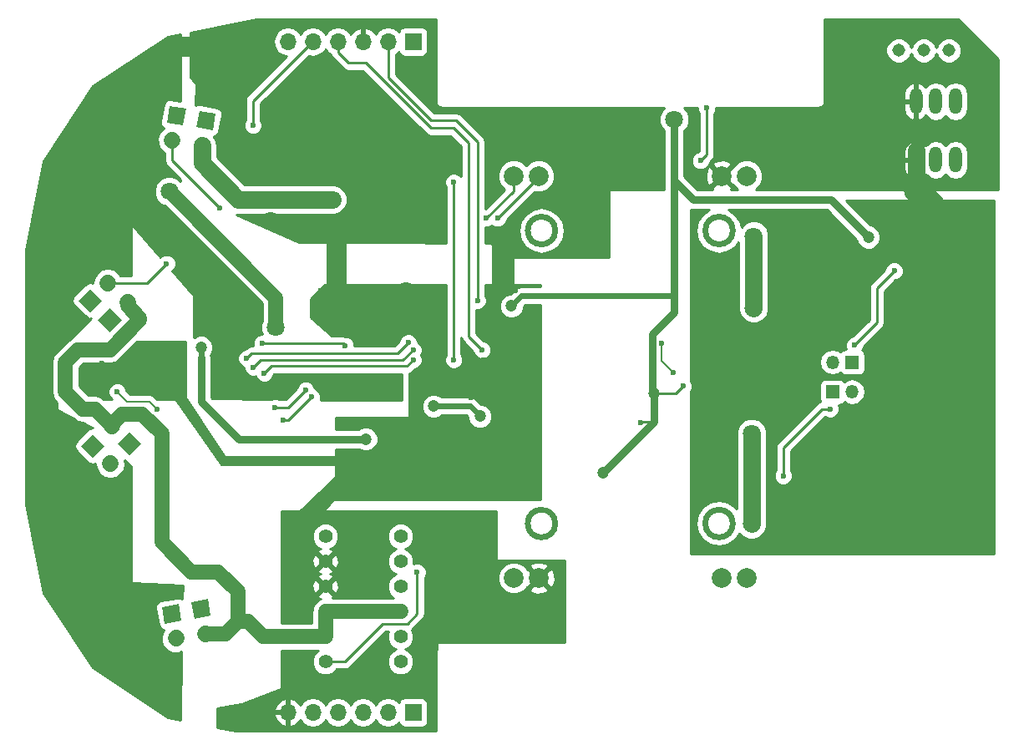
<source format=gbl>
G04 #@! TF.FileFunction,Copper,L2,Bot,Signal*
%FSLAX46Y46*%
G04 Gerber Fmt 4.6, Leading zero omitted, Abs format (unit mm)*
G04 Created by KiCad (PCBNEW 4.0.7) date 03/07/18 23:31:52*
%MOMM*%
%LPD*%
G01*
G04 APERTURE LIST*
%ADD10C,0.100000*%
%ADD11C,0.600000*%
%ADD12C,0.600000*%
%ADD13C,1.308000*%
%ADD14O,1.308000X2.616000*%
%ADD15C,1.422400*%
%ADD16C,1.700000*%
%ADD17R,1.700000X1.700000*%
%ADD18O,1.700000X1.700000*%
%ADD19R,1.350000X1.350000*%
%ADD20O,1.350000X1.350000*%
%ADD21C,2.000000*%
%ADD22C,1.800000*%
%ADD23C,1.200000*%
%ADD24C,1.800000*%
%ADD25C,0.280000*%
%ADD26C,1.500000*%
%ADD27C,0.800000*%
%ADD28C,2.600000*%
%ADD29C,0.250000*%
%ADD30C,0.200000*%
%ADD31C,0.254000*%
G04 APERTURE END LIST*
D10*
D11*
X191400000Y-104850000D02*
G75*
G03X191400000Y-104850000I-1400000J0D01*
G01*
X209400000Y-104850000D02*
G75*
G03X209400000Y-104850000I-1400000J0D01*
G01*
X209400000Y-75150000D02*
G75*
G03X209400000Y-75150000I-1400000J0D01*
G01*
X191400000Y-75150000D02*
G75*
G03X191400000Y-75150000I-1400000J0D01*
G01*
D12*
X179705000Y-71755000D03*
X229235000Y-64770000D03*
X227965000Y-64770000D03*
X226695000Y-64770000D03*
X224155000Y-59055000D03*
X225425000Y-59055000D03*
X222885000Y-60325000D03*
X224155000Y-60325000D03*
X220345000Y-64770000D03*
X221615000Y-64770000D03*
X222885000Y-64770000D03*
X224155000Y-64770000D03*
X225425000Y-60325000D03*
X225425000Y-61595000D03*
X225425000Y-62865000D03*
X225425000Y-64135000D03*
X225425000Y-65405000D03*
X225425000Y-66675000D03*
X225425000Y-67945000D03*
X166370000Y-64770000D03*
X167640000Y-64770000D03*
X167640000Y-63500000D03*
X166370000Y-63500000D03*
X163830000Y-63500000D03*
X165100000Y-63500000D03*
X165100000Y-62230000D03*
X163830000Y-62230000D03*
X162560000Y-62230000D03*
X154940000Y-59055000D03*
X154940000Y-57785000D03*
X195580000Y-69215000D03*
X197485000Y-69215000D03*
X199390000Y-69215000D03*
X201295000Y-69215000D03*
X195580000Y-70485000D03*
X197485000Y-70485000D03*
X199390000Y-70485000D03*
X201295000Y-70485000D03*
X195580000Y-74295000D03*
X195580000Y-75565000D03*
X195580000Y-76835000D03*
X194310000Y-76835000D03*
X194310000Y-75565000D03*
X194310000Y-74295000D03*
X193040000Y-74295000D03*
X193040000Y-75565000D03*
X193040000Y-76835000D03*
X219710000Y-69215000D03*
X221615000Y-69215000D03*
X225425000Y-69215000D03*
X233045000Y-70485000D03*
X231140000Y-70485000D03*
X225425000Y-70485000D03*
X213995000Y-70485000D03*
X215900000Y-70485000D03*
X217805000Y-70485000D03*
X219710000Y-70485000D03*
X221615000Y-70485000D03*
X172720000Y-85725000D03*
X169545000Y-98425000D03*
X171450000Y-100330000D03*
X171450000Y-101600000D03*
X179705000Y-85725000D03*
X177800000Y-92075000D03*
X179070000Y-88265000D03*
X180340000Y-90805000D03*
X179070000Y-90805000D03*
X177800000Y-90805000D03*
X177800000Y-89535000D03*
X179070000Y-89535000D03*
X180340000Y-89535000D03*
X182880000Y-92075000D03*
X182880000Y-90805000D03*
X182880000Y-89535000D03*
X182880000Y-88265000D03*
X184150000Y-88265000D03*
X184150000Y-89535000D03*
X184150000Y-90805000D03*
X184150000Y-92075000D03*
X189230000Y-95885000D03*
X186055000Y-100330000D03*
X187325000Y-100330000D03*
X187325000Y-101600000D03*
X186055000Y-101600000D03*
X184785000Y-82550000D03*
X187325000Y-81280000D03*
X186055000Y-81280000D03*
X184785000Y-81280000D03*
X176530000Y-82550000D03*
X173990000Y-81280000D03*
X172720000Y-81280000D03*
X170180000Y-81280000D03*
X167640000Y-81280000D03*
X170815000Y-74295000D03*
X173355000Y-74295000D03*
X172085000Y-74295000D03*
X167005000Y-74295000D03*
X168275000Y-75565000D03*
X167005000Y-75565000D03*
X179705000Y-75565000D03*
X178435000Y-75565000D03*
X177165000Y-75565000D03*
X175895000Y-75565000D03*
X174625000Y-75565000D03*
X173355000Y-75565000D03*
D13*
X231267000Y-56896000D03*
X228727000Y-56896000D03*
X226187000Y-56896000D03*
D14*
X231969500Y-67992500D03*
X229969500Y-67992500D03*
X227969500Y-67992500D03*
X231972500Y-62047500D03*
X229972500Y-62047500D03*
X227972500Y-62047500D03*
D15*
X168090000Y-108690000D03*
X168090000Y-106150000D03*
X175710000Y-106150000D03*
X175710000Y-111230000D03*
X175710000Y-118850000D03*
X168090000Y-111230000D03*
X175710000Y-116310000D03*
X168090000Y-118850000D03*
X175710000Y-108690000D03*
X168090000Y-113770000D03*
X175710000Y-113770000D03*
X168090000Y-116310000D03*
D10*
G36*
X154810514Y-114484688D02*
X154515312Y-112810514D01*
X156189486Y-112515312D01*
X156484688Y-114189486D01*
X154810514Y-114484688D01*
X154810514Y-114484688D01*
G37*
D16*
X155941066Y-116001412D02*
X155941066Y-116001412D01*
D10*
G36*
X148250000Y-95547918D02*
X149452082Y-96750000D01*
X148250000Y-97952082D01*
X147047918Y-96750000D01*
X148250000Y-95547918D01*
X148250000Y-95547918D01*
G37*
D16*
X146453949Y-94953949D02*
X146453949Y-94953949D01*
D10*
G36*
X147452082Y-84250000D02*
X146250000Y-85452082D01*
X145047918Y-84250000D01*
X146250000Y-83047918D01*
X147452082Y-84250000D01*
X147452082Y-84250000D01*
G37*
D16*
X148046051Y-82453949D02*
X148046051Y-82453949D01*
D10*
G36*
X155015312Y-64689486D02*
X155310514Y-63015312D01*
X156984688Y-63310514D01*
X156689486Y-64984688D01*
X155015312Y-64689486D01*
X155015312Y-64689486D01*
G37*
D16*
X155558934Y-66501412D02*
X155558934Y-66501412D01*
D10*
G36*
X151810514Y-114984688D02*
X151515312Y-113310514D01*
X153189486Y-113015312D01*
X153484688Y-114689486D01*
X151810514Y-114984688D01*
X151810514Y-114984688D01*
G37*
D16*
X152941066Y-116501412D02*
X152941066Y-116501412D01*
D10*
G36*
X144500000Y-98202082D02*
X143297918Y-97000000D01*
X144500000Y-95797918D01*
X145702082Y-97000000D01*
X144500000Y-98202082D01*
X144500000Y-98202082D01*
G37*
D16*
X146296051Y-98796051D02*
X146296051Y-98796051D01*
D10*
G36*
X145452082Y-82250000D02*
X144250000Y-83452082D01*
X143047918Y-82250000D01*
X144250000Y-81047918D01*
X145452082Y-82250000D01*
X145452082Y-82250000D01*
G37*
D16*
X146046051Y-80453949D02*
X146046051Y-80453949D01*
D10*
G36*
X152015312Y-64189486D02*
X152310514Y-62515312D01*
X153984688Y-62810514D01*
X153689486Y-64484688D01*
X152015312Y-64189486D01*
X152015312Y-64189486D01*
G37*
D16*
X152558934Y-66001412D02*
X152558934Y-66001412D01*
D17*
X177000000Y-56000000D03*
D18*
X174460000Y-56000000D03*
X171920000Y-56000000D03*
X169380000Y-56000000D03*
X166840000Y-56000000D03*
X164300000Y-56000000D03*
D19*
X219500000Y-91500000D03*
D20*
X221500000Y-91500000D03*
D19*
X221500000Y-88500000D03*
D20*
X219500000Y-88500000D03*
D21*
X208270000Y-110375000D03*
X210810000Y-110375000D03*
X189730000Y-110375000D03*
X187190000Y-110375000D03*
X189730000Y-69625000D03*
X187190000Y-69625000D03*
X208270000Y-69625000D03*
X210810000Y-69625000D03*
D17*
X177000000Y-124000000D03*
D18*
X174460000Y-124000000D03*
X171920000Y-124000000D03*
X169380000Y-124000000D03*
X166840000Y-124000000D03*
X164300000Y-124000000D03*
D12*
X172085000Y-75565000D03*
D22*
X211500000Y-75700000D03*
X211500000Y-83000000D03*
X211300000Y-104900000D03*
X211300000Y-95700000D03*
X179070000Y-73660000D03*
X176784000Y-73660000D03*
X174752000Y-73660000D03*
D23*
X185547000Y-83820000D03*
X173700000Y-98000000D03*
D22*
X169926000Y-101473000D03*
X188976000Y-100584000D03*
X176276000Y-81280000D03*
X162560000Y-74168000D03*
X169164000Y-81788000D03*
X164592000Y-68580000D03*
D23*
X168656000Y-66040000D03*
X173736000Y-63627000D03*
D22*
X223520000Y-69469000D03*
X213995000Y-68580000D03*
D12*
X157734000Y-82296000D03*
X226750000Y-78000000D03*
D23*
X151600000Y-58900000D03*
D12*
X215000000Y-79000000D03*
X225000000Y-101500000D03*
X225500000Y-101000000D03*
D23*
X220500000Y-81400000D03*
X220500000Y-84250000D03*
X220500000Y-98700000D03*
X220500000Y-96000000D03*
D22*
X229500000Y-90000000D03*
D12*
X222000000Y-83000000D03*
X219000000Y-83000000D03*
X222000000Y-97000000D03*
X219000000Y-97000000D03*
D22*
X220500000Y-79300000D03*
X220500000Y-100700000D03*
D23*
X179500000Y-112000000D03*
D12*
X145400000Y-88600000D03*
X148800000Y-89700000D03*
X152000000Y-90700000D03*
D23*
X158000000Y-67400000D03*
X160750000Y-56750000D03*
X143500000Y-75250000D03*
D12*
X175500000Y-91750000D03*
D23*
X147500000Y-105250000D03*
X152500000Y-123250000D03*
X168750000Y-91750000D03*
X186944000Y-82804000D03*
D12*
X200025000Y-94615000D03*
D23*
X183769000Y-93980000D03*
X179070000Y-92964000D03*
X196215000Y-99695000D03*
X172200000Y-96300000D03*
X223139000Y-75819000D03*
D22*
X203454000Y-63881000D03*
D12*
X204343000Y-90932000D03*
X155500000Y-91000000D03*
D23*
X201400000Y-91700000D03*
X155500000Y-87000000D03*
D12*
X183500000Y-82250000D03*
X184000000Y-87250000D03*
X160750000Y-64500000D03*
D22*
X168783000Y-72009000D03*
D23*
X151500000Y-98250000D03*
D22*
X152273000Y-71183500D03*
X163068000Y-84963000D03*
D12*
X184404000Y-73914000D03*
X214500000Y-100000000D03*
X219250000Y-93250000D03*
X221750000Y-86750000D03*
X225750000Y-79250000D03*
X177000000Y-87250000D03*
X160800000Y-89000000D03*
X176500000Y-86500000D03*
X160100000Y-88100000D03*
X185547000Y-73914000D03*
X202184000Y-86614000D03*
X203327000Y-89535000D03*
X177000000Y-88250000D03*
X151000000Y-93250000D03*
X147000000Y-91500000D03*
X161900000Y-89600000D03*
X177400000Y-109800000D03*
X166700000Y-92000000D03*
X163800000Y-94400000D03*
X166100000Y-91300000D03*
X163000000Y-93100000D03*
X152000000Y-78500000D03*
X157400000Y-72900000D03*
X181102000Y-88265000D03*
X181102000Y-70231000D03*
X206756000Y-62738000D03*
X206121000Y-68072000D03*
X161671000Y-86614000D03*
X170116500Y-86804500D03*
D24*
X211500000Y-75700000D02*
X211500000Y-83000000D01*
X211300000Y-104900000D02*
X211300000Y-95700000D01*
D25*
X162560000Y-74168000D02*
X167132000Y-74168000D01*
X169164000Y-76200000D02*
X169164000Y-81788000D01*
X167132000Y-74168000D02*
X169164000Y-76200000D01*
D26*
X171323000Y-66040000D02*
X168656000Y-66040000D01*
X173736000Y-63627000D02*
X171323000Y-66040000D01*
X223520000Y-69469000D02*
X223520000Y-69215000D01*
D27*
X220500000Y-84250000D02*
X220500000Y-83800000D01*
X220500000Y-96000000D02*
X220500000Y-96400000D01*
D28*
X229500000Y-90000000D02*
X229500000Y-72500000D01*
X229500000Y-72500000D02*
X227972500Y-70972500D01*
D24*
X227972500Y-70972500D02*
X229500000Y-72500000D01*
X227972500Y-70972500D02*
X227972500Y-67047500D01*
X220500000Y-79300000D02*
X220500000Y-79000000D01*
X220500000Y-100750000D02*
X220550000Y-100750000D01*
X220550000Y-100750000D02*
X220500000Y-100700000D01*
D11*
X203454000Y-81788000D02*
X187960000Y-81788000D01*
X187960000Y-81788000D02*
X186944000Y-82804000D01*
D25*
X200130000Y-94510000D02*
X201400000Y-94510000D01*
X200025000Y-94615000D02*
X200130000Y-94510000D01*
D11*
X183769000Y-93980000D02*
X182753000Y-92964000D01*
X182753000Y-92964000D02*
X179070000Y-92964000D01*
D27*
X201400000Y-91700000D02*
X201400000Y-94510000D01*
X201400000Y-94510000D02*
X196215000Y-99695000D01*
X159300000Y-96300000D02*
X172200000Y-96300000D01*
X159300000Y-96300000D02*
X155500000Y-92500000D01*
X155500000Y-92500000D02*
X155500000Y-91000000D01*
X203454000Y-68834000D02*
X203454000Y-81788000D01*
X203454000Y-81788000D02*
X203454000Y-83439000D01*
X203454000Y-83439000D02*
X201250000Y-85643000D01*
X219329000Y-72009000D02*
X223139000Y-75819000D01*
X203454000Y-70104000D02*
X205359000Y-72009000D01*
X205359000Y-72009000D02*
X216281000Y-72009000D01*
X203454000Y-63881000D02*
X203454000Y-68834000D01*
X203454000Y-68834000D02*
X203454000Y-70104000D01*
X216281000Y-72009000D02*
X219329000Y-72009000D01*
D25*
X204343000Y-90932000D02*
X203575000Y-91700000D01*
X203575000Y-91700000D02*
X201400000Y-91700000D01*
D27*
X201250000Y-90700000D02*
X201250000Y-91550000D01*
X201250000Y-91550000D02*
X201400000Y-91700000D01*
D29*
X201250000Y-90100000D02*
X201200000Y-90100000D01*
X201200000Y-90100000D02*
X201250000Y-90100000D01*
D27*
X201250000Y-85643000D02*
X201250000Y-90100000D01*
X201250000Y-90100000D02*
X201250000Y-90700000D01*
X155500000Y-91000000D02*
X155500000Y-88000000D01*
D11*
X155500000Y-87000000D02*
X155500000Y-88000000D01*
D25*
X174460000Y-56000000D02*
X174460000Y-59652000D01*
X183500000Y-66152000D02*
X183500000Y-82250000D01*
X181356000Y-64008000D02*
X183500000Y-66152000D01*
X178816000Y-64008000D02*
X181356000Y-64008000D01*
X174460000Y-59652000D02*
X178816000Y-64008000D01*
X169380000Y-56000000D02*
X169380000Y-57112000D01*
X182626000Y-85876000D02*
X184000000Y-87250000D01*
X182626000Y-66294000D02*
X182626000Y-85876000D01*
X181102000Y-64770000D02*
X182626000Y-66294000D01*
X178816000Y-64770000D02*
X181102000Y-64770000D01*
X172212000Y-58166000D02*
X178816000Y-64770000D01*
X170434000Y-58166000D02*
X172212000Y-58166000D01*
X169380000Y-57112000D02*
X170434000Y-58166000D01*
X169380000Y-56000000D02*
X169500000Y-56000000D01*
X166840000Y-56000000D02*
X166750000Y-56000000D01*
X166750000Y-56000000D02*
X160750000Y-62000000D01*
X160750000Y-62000000D02*
X160750000Y-64500000D01*
D24*
X155558934Y-66501412D02*
X155558934Y-68309934D01*
X159258000Y-72009000D02*
X168783000Y-72009000D01*
X155558934Y-68309934D02*
X159258000Y-72009000D01*
D26*
X175710000Y-113770000D02*
X168090000Y-113770000D01*
X168090000Y-116310000D02*
X168090000Y-113770000D01*
X159250000Y-114750000D02*
X160250000Y-114750000D01*
X161810000Y-116310000D02*
X168090000Y-116310000D01*
X160250000Y-114750000D02*
X161810000Y-116310000D01*
X146453949Y-94953949D02*
X146453949Y-94796051D01*
X146453949Y-94796051D02*
X147500000Y-93750000D01*
X147500000Y-93750000D02*
X149500000Y-93750000D01*
X149500000Y-93750000D02*
X151500000Y-95750000D01*
X151500000Y-95750000D02*
X151500000Y-98250000D01*
X151500000Y-98250000D02*
X151500000Y-106750000D01*
X151500000Y-106750000D02*
X154500000Y-109750000D01*
X154500000Y-109750000D02*
X157250000Y-109750000D01*
X157250000Y-109750000D02*
X159250000Y-111750000D01*
X159250000Y-111750000D02*
X159250000Y-114750000D01*
X159250000Y-114750000D02*
X157998588Y-116001412D01*
X157998588Y-116001412D02*
X155941066Y-116001412D01*
X143500000Y-93250000D02*
X144750000Y-93250000D01*
X144750000Y-93250000D02*
X146453949Y-94953949D01*
X148046051Y-82453949D02*
X148046051Y-82796051D01*
X148046051Y-82796051D02*
X149250000Y-84000000D01*
X149250000Y-84000000D02*
X149250000Y-84250000D01*
X149250000Y-84250000D02*
X146250000Y-87250000D01*
X146250000Y-87250000D02*
X143000000Y-87250000D01*
X143000000Y-87250000D02*
X141750000Y-88500000D01*
X141750000Y-88500000D02*
X141750000Y-91500000D01*
X141750000Y-91500000D02*
X143500000Y-93250000D01*
X152273000Y-71183500D02*
X163068000Y-81978500D01*
X163068000Y-81978500D02*
X163068000Y-84963000D01*
D25*
X187190000Y-69625000D02*
X187190000Y-71128000D01*
X187190000Y-71128000D02*
X184404000Y-73914000D01*
X186690000Y-70125000D02*
X187190000Y-69625000D01*
X187400000Y-69835000D02*
X187190000Y-69625000D01*
X186750000Y-70065000D02*
X187190000Y-69625000D01*
X219250000Y-93250000D02*
X218450000Y-93250000D01*
X214500000Y-97200000D02*
X214500000Y-100000000D01*
X218450000Y-93250000D02*
X214500000Y-97200000D01*
X224000000Y-84500000D02*
X221750000Y-86750000D01*
X224000000Y-81000000D02*
X224000000Y-84500000D01*
X225750000Y-79250000D02*
X224000000Y-81000000D01*
X174500000Y-88300000D02*
X175950000Y-88300000D01*
X175950000Y-88300000D02*
X177000000Y-87250000D01*
X174500000Y-88300000D02*
X161500000Y-88300000D01*
X161500000Y-88300000D02*
X160800000Y-89000000D01*
X173250000Y-87600000D02*
X175400000Y-87600000D01*
X175400000Y-87600000D02*
X176500000Y-86500000D01*
X160600000Y-87600000D02*
X166700000Y-87600000D01*
X160100000Y-88100000D02*
X160600000Y-87600000D01*
X166700000Y-87600000D02*
X173250000Y-87600000D01*
X189730000Y-69625000D02*
X189730000Y-69731000D01*
X189730000Y-69731000D02*
X185547000Y-73914000D01*
D30*
X202184000Y-88392000D02*
X202184000Y-86614000D01*
X203327000Y-89535000D02*
X202184000Y-88392000D01*
D25*
X208270000Y-110070000D02*
X208270000Y-110375000D01*
X175000000Y-88900000D02*
X176350000Y-88900000D01*
X176350000Y-88900000D02*
X177000000Y-88250000D01*
D30*
X148000000Y-92500000D02*
X150250000Y-92500000D01*
X150250000Y-92500000D02*
X151000000Y-93250000D01*
X147000000Y-91500000D02*
X148000000Y-92500000D01*
D25*
X162600000Y-88900000D02*
X175000000Y-88900000D01*
X161900000Y-89600000D02*
X162600000Y-88900000D01*
X168090000Y-118850000D02*
X170050000Y-118850000D01*
X170050000Y-118850000D02*
X173900000Y-115000000D01*
X173900000Y-115000000D02*
X176400000Y-115000000D01*
X176400000Y-115000000D02*
X177400000Y-114000000D01*
X177400000Y-114000000D02*
X177400000Y-109800000D01*
X166700000Y-92000000D02*
X164300000Y-94400000D01*
X164300000Y-94400000D02*
X163800000Y-94400000D01*
X166100000Y-91300000D02*
X164300000Y-93100000D01*
X164300000Y-93100000D02*
X163000000Y-93100000D01*
X149500000Y-80453949D02*
X150046051Y-80453949D01*
X150046051Y-80453949D02*
X152000000Y-78500000D01*
X149500000Y-80453949D02*
X146046051Y-80453949D01*
X152558934Y-66001412D02*
X152558934Y-68058934D01*
X152558934Y-68058934D02*
X157400000Y-72900000D01*
D29*
X181102000Y-88265000D02*
X181102000Y-87122000D01*
D25*
X181102000Y-87122000D02*
X181102000Y-70231000D01*
X206756000Y-67437000D02*
X206756000Y-62738000D01*
X206121000Y-68072000D02*
X206756000Y-67437000D01*
X169926000Y-86614000D02*
X161671000Y-86614000D01*
X170116500Y-86804500D02*
X169926000Y-86614000D01*
D31*
G36*
X179290000Y-62000000D02*
X179344046Y-62271705D01*
X179497954Y-62502046D01*
X179728295Y-62655954D01*
X180000000Y-62710000D01*
X202454332Y-62710000D01*
X202153449Y-63010357D01*
X201919267Y-63574330D01*
X201918735Y-64184991D01*
X202151932Y-64749371D01*
X202419000Y-65016906D01*
X202419000Y-70103995D01*
X202418999Y-70104000D01*
X202419000Y-70104005D01*
X202419000Y-70993000D01*
X197002400Y-70993000D01*
X196952990Y-71003006D01*
X196911365Y-71031447D01*
X196884085Y-71073841D01*
X196875400Y-71119956D01*
X196873044Y-77873000D01*
X189000311Y-77873000D01*
X187198683Y-77863304D01*
X187149220Y-77873044D01*
X187107443Y-77901260D01*
X187079936Y-77943507D01*
X187071000Y-77990302D01*
X187071000Y-80518000D01*
X187081006Y-80567410D01*
X187109447Y-80609035D01*
X187151841Y-80636315D01*
X187198000Y-80645000D01*
X189865000Y-80645000D01*
X189865000Y-80853000D01*
X187960000Y-80853000D01*
X187602191Y-80924173D01*
X187298855Y-81126855D01*
X186856787Y-81568923D01*
X186699421Y-81568786D01*
X186245343Y-81756408D01*
X185897629Y-82103515D01*
X185709215Y-82557266D01*
X185708786Y-83048579D01*
X185896408Y-83502657D01*
X186243515Y-83850371D01*
X186697266Y-84038785D01*
X187188579Y-84039214D01*
X187642657Y-83851592D01*
X187990371Y-83504485D01*
X188178785Y-83050734D01*
X188178924Y-82891366D01*
X188347290Y-82723000D01*
X189865000Y-82723000D01*
X189865000Y-82992000D01*
X189873000Y-83031504D01*
X189873000Y-102373000D01*
X169000000Y-102373000D01*
X168950590Y-102383006D01*
X168905602Y-102415041D01*
X168005602Y-103415041D01*
X167979985Y-103458461D01*
X167973280Y-103508426D01*
X167986542Y-103557064D01*
X168017682Y-103596709D01*
X168061793Y-103621116D01*
X168100000Y-103627000D01*
X185373000Y-103627000D01*
X185373000Y-108500000D01*
X185383006Y-108549410D01*
X185411447Y-108591035D01*
X185453841Y-108618315D01*
X185500000Y-108627000D01*
X192373000Y-108627000D01*
X192373000Y-116873000D01*
X179500000Y-116873000D01*
X179450590Y-116883006D01*
X179408965Y-116911447D01*
X179381685Y-116953841D01*
X179373000Y-117000000D01*
X179373000Y-117684962D01*
X179344046Y-117728295D01*
X179290000Y-118000000D01*
X179290000Y-125873000D01*
X158973530Y-125873000D01*
X157127000Y-125505702D01*
X157127000Y-124356892D01*
X162858514Y-124356892D01*
X163104817Y-124881358D01*
X163533076Y-125271645D01*
X163943110Y-125441476D01*
X164173000Y-125320155D01*
X164173000Y-124127000D01*
X162979181Y-124127000D01*
X162858514Y-124356892D01*
X157127000Y-124356892D01*
X157127000Y-123643108D01*
X162858514Y-123643108D01*
X162979181Y-123873000D01*
X164173000Y-123873000D01*
X164173000Y-122679845D01*
X164427000Y-122679845D01*
X164427000Y-123873000D01*
X164447000Y-123873000D01*
X164447000Y-124127000D01*
X164427000Y-124127000D01*
X164427000Y-125320155D01*
X164656890Y-125441476D01*
X165066924Y-125271645D01*
X165495183Y-124881358D01*
X165562298Y-124738447D01*
X165789946Y-125079147D01*
X166271715Y-125401054D01*
X166840000Y-125514093D01*
X167408285Y-125401054D01*
X167890054Y-125079147D01*
X168110000Y-124749974D01*
X168329946Y-125079147D01*
X168811715Y-125401054D01*
X169380000Y-125514093D01*
X169948285Y-125401054D01*
X170430054Y-125079147D01*
X170650000Y-124749974D01*
X170869946Y-125079147D01*
X171351715Y-125401054D01*
X171920000Y-125514093D01*
X172488285Y-125401054D01*
X172970054Y-125079147D01*
X173190000Y-124749974D01*
X173409946Y-125079147D01*
X173891715Y-125401054D01*
X174460000Y-125514093D01*
X175028285Y-125401054D01*
X175510054Y-125079147D01*
X175537850Y-125037548D01*
X175546838Y-125085317D01*
X175685910Y-125301441D01*
X175898110Y-125446431D01*
X176150000Y-125497440D01*
X177850000Y-125497440D01*
X178085317Y-125453162D01*
X178301441Y-125314090D01*
X178446431Y-125101890D01*
X178497440Y-124850000D01*
X178497440Y-123150000D01*
X178453162Y-122914683D01*
X178314090Y-122698559D01*
X178101890Y-122553569D01*
X177850000Y-122502560D01*
X176150000Y-122502560D01*
X175914683Y-122546838D01*
X175698559Y-122685910D01*
X175553569Y-122898110D01*
X175539914Y-122965541D01*
X175510054Y-122920853D01*
X175028285Y-122598946D01*
X174460000Y-122485907D01*
X173891715Y-122598946D01*
X173409946Y-122920853D01*
X173190000Y-123250026D01*
X172970054Y-122920853D01*
X172488285Y-122598946D01*
X171920000Y-122485907D01*
X171351715Y-122598946D01*
X170869946Y-122920853D01*
X170650000Y-123250026D01*
X170430054Y-122920853D01*
X169948285Y-122598946D01*
X169380000Y-122485907D01*
X168811715Y-122598946D01*
X168329946Y-122920853D01*
X168110000Y-123250026D01*
X167890054Y-122920853D01*
X167408285Y-122598946D01*
X166840000Y-122485907D01*
X166271715Y-122598946D01*
X165789946Y-122920853D01*
X165562298Y-123261553D01*
X165495183Y-123118642D01*
X165066924Y-122728355D01*
X164656890Y-122558524D01*
X164427000Y-122679845D01*
X164173000Y-122679845D01*
X163943110Y-122558524D01*
X163533076Y-122728355D01*
X163104817Y-123118642D01*
X162858514Y-123643108D01*
X157127000Y-123643108D01*
X157127000Y-123604115D01*
X159524907Y-123124534D01*
X159544593Y-123118914D01*
X163544593Y-121618914D01*
X163587344Y-121592196D01*
X163616332Y-121550951D01*
X163627000Y-121500000D01*
X163627000Y-117695000D01*
X167360093Y-117695000D01*
X167328435Y-117708081D01*
X166949412Y-118086443D01*
X166744034Y-118581049D01*
X166743566Y-119116601D01*
X166948081Y-119611565D01*
X167326443Y-119990588D01*
X167821049Y-120195966D01*
X168356601Y-120196434D01*
X168851565Y-119991919D01*
X169219125Y-119625000D01*
X170050000Y-119625000D01*
X170346580Y-119566007D01*
X170598008Y-119398008D01*
X174221016Y-115775000D01*
X174474507Y-115775000D01*
X174364034Y-116041049D01*
X174363566Y-116576601D01*
X174568081Y-117071565D01*
X174946443Y-117450588D01*
X175258258Y-117580065D01*
X174948435Y-117708081D01*
X174569412Y-118086443D01*
X174364034Y-118581049D01*
X174363566Y-119116601D01*
X174568081Y-119611565D01*
X174946443Y-119990588D01*
X175441049Y-120195966D01*
X175976601Y-120196434D01*
X176471565Y-119991919D01*
X176850588Y-119613557D01*
X177055966Y-119118951D01*
X177056434Y-118583399D01*
X176851919Y-118088435D01*
X176473557Y-117709412D01*
X176161742Y-117579935D01*
X176471565Y-117451919D01*
X176850588Y-117073557D01*
X177055966Y-116578951D01*
X177056434Y-116043399D01*
X176872570Y-115598414D01*
X176948008Y-115548008D01*
X177948005Y-114548010D01*
X177948008Y-114548008D01*
X178116007Y-114296580D01*
X178131243Y-114219983D01*
X178175001Y-114000000D01*
X178175000Y-113999995D01*
X178175000Y-110698795D01*
X185554716Y-110698795D01*
X185803106Y-111299943D01*
X186262637Y-111760278D01*
X186863352Y-112009716D01*
X187513795Y-112010284D01*
X188114943Y-111761894D01*
X188349715Y-111527532D01*
X188757073Y-111527532D01*
X188855736Y-111794387D01*
X189465461Y-112020908D01*
X190115460Y-111996856D01*
X190604264Y-111794387D01*
X190702927Y-111527532D01*
X189730000Y-110554605D01*
X188757073Y-111527532D01*
X188349715Y-111527532D01*
X188542562Y-111335022D01*
X188577468Y-111347927D01*
X189550395Y-110375000D01*
X189909605Y-110375000D01*
X190882532Y-111347927D01*
X191149387Y-111249264D01*
X191375908Y-110639539D01*
X191351856Y-109989540D01*
X191149387Y-109500736D01*
X190882532Y-109402073D01*
X189909605Y-110375000D01*
X189550395Y-110375000D01*
X188577468Y-109402073D01*
X188542062Y-109415164D01*
X188349703Y-109222468D01*
X188757073Y-109222468D01*
X189730000Y-110195395D01*
X190702927Y-109222468D01*
X190604264Y-108955613D01*
X189994539Y-108729092D01*
X189344540Y-108753144D01*
X188855736Y-108955613D01*
X188757073Y-109222468D01*
X188349703Y-109222468D01*
X188117363Y-108989722D01*
X187516648Y-108740284D01*
X186866205Y-108739716D01*
X186265057Y-108988106D01*
X185804722Y-109447637D01*
X185555284Y-110048352D01*
X185554716Y-110698795D01*
X178175000Y-110698795D01*
X178175000Y-110347489D01*
X178192192Y-110330327D01*
X178334838Y-109986799D01*
X178335162Y-109614833D01*
X178193117Y-109271057D01*
X177930327Y-109007808D01*
X177586799Y-108865162D01*
X177214833Y-108864838D01*
X177055991Y-108930470D01*
X177056434Y-108423399D01*
X176851919Y-107928435D01*
X176473557Y-107549412D01*
X176161742Y-107419935D01*
X176471565Y-107291919D01*
X176850588Y-106913557D01*
X177055966Y-106418951D01*
X177056434Y-105883399D01*
X176851919Y-105388435D01*
X176473557Y-105009412D01*
X175978951Y-104804034D01*
X175443399Y-104803566D01*
X174948435Y-105008081D01*
X174569412Y-105386443D01*
X174364034Y-105881049D01*
X174363566Y-106416601D01*
X174568081Y-106911565D01*
X174946443Y-107290588D01*
X175258258Y-107420065D01*
X174948435Y-107548081D01*
X174569412Y-107926443D01*
X174364034Y-108421049D01*
X174363566Y-108956601D01*
X174568081Y-109451565D01*
X174946443Y-109830588D01*
X175258258Y-109960065D01*
X174948435Y-110088081D01*
X174569412Y-110466443D01*
X174364034Y-110961049D01*
X174363566Y-111496601D01*
X174568081Y-111991565D01*
X174946443Y-112370588D01*
X174981151Y-112385000D01*
X168797329Y-112385000D01*
X168853790Y-112173395D01*
X168090000Y-111409605D01*
X167326210Y-112173395D01*
X167389427Y-112410321D01*
X167596054Y-112483252D01*
X167559983Y-112490427D01*
X167395346Y-112600434D01*
X167328435Y-112628081D01*
X167276746Y-112679680D01*
X167110657Y-112790657D01*
X167000650Y-112955295D01*
X166949412Y-113006443D01*
X166921404Y-113073895D01*
X166810427Y-113239983D01*
X166771797Y-113434187D01*
X166744034Y-113501049D01*
X166743970Y-113574084D01*
X166705000Y-113770000D01*
X166705000Y-114925000D01*
X163627000Y-114925000D01*
X163627000Y-111034445D01*
X166731428Y-111034445D01*
X166760007Y-111569233D01*
X166909679Y-111930573D01*
X167146605Y-111993790D01*
X167910395Y-111230000D01*
X168269605Y-111230000D01*
X169033395Y-111993790D01*
X169270321Y-111930573D01*
X169448572Y-111425555D01*
X169419993Y-110890767D01*
X169270321Y-110529427D01*
X169033395Y-110466210D01*
X168269605Y-111230000D01*
X167910395Y-111230000D01*
X167146605Y-110466210D01*
X166909679Y-110529427D01*
X166731428Y-111034445D01*
X163627000Y-111034445D01*
X163627000Y-109633395D01*
X167326210Y-109633395D01*
X167389427Y-109870321D01*
X167623218Y-109952840D01*
X167389427Y-110049679D01*
X167326210Y-110286605D01*
X168090000Y-111050395D01*
X168853790Y-110286605D01*
X168790573Y-110049679D01*
X168556782Y-109967160D01*
X168790573Y-109870321D01*
X168853790Y-109633395D01*
X168090000Y-108869605D01*
X167326210Y-109633395D01*
X163627000Y-109633395D01*
X163627000Y-108494445D01*
X166731428Y-108494445D01*
X166760007Y-109029233D01*
X166909679Y-109390573D01*
X167146605Y-109453790D01*
X167910395Y-108690000D01*
X168269605Y-108690000D01*
X169033395Y-109453790D01*
X169270321Y-109390573D01*
X169448572Y-108885555D01*
X169419993Y-108350767D01*
X169270321Y-107989427D01*
X169033395Y-107926210D01*
X168269605Y-108690000D01*
X167910395Y-108690000D01*
X167146605Y-107926210D01*
X166909679Y-107989427D01*
X166731428Y-108494445D01*
X163627000Y-108494445D01*
X163627000Y-106416601D01*
X166743566Y-106416601D01*
X166948081Y-106911565D01*
X167326443Y-107290588D01*
X167622037Y-107413329D01*
X167389427Y-107509679D01*
X167326210Y-107746605D01*
X168090000Y-108510395D01*
X168853790Y-107746605D01*
X168790573Y-107509679D01*
X168539241Y-107420969D01*
X168851565Y-107291919D01*
X169230588Y-106913557D01*
X169435966Y-106418951D01*
X169436434Y-105883399D01*
X169231919Y-105388435D01*
X168853557Y-105009412D01*
X168358951Y-104804034D01*
X167823399Y-104803566D01*
X167328435Y-105008081D01*
X166949412Y-105386443D01*
X166744034Y-105881049D01*
X166743566Y-106416601D01*
X163627000Y-106416601D01*
X163627000Y-103627000D01*
X165400000Y-103627000D01*
X165449410Y-103616994D01*
X165487201Y-103592331D01*
X169087201Y-100192331D01*
X169116253Y-100151130D01*
X169127000Y-100100000D01*
X169127000Y-99000000D01*
X169116994Y-98950590D01*
X169088553Y-98908965D01*
X169046159Y-98881685D01*
X169000000Y-98873000D01*
X157566288Y-98873000D01*
X153004191Y-92327382D01*
X152967729Y-92292568D01*
X152900000Y-92273000D01*
X151062447Y-92273000D01*
X150769723Y-91980277D01*
X150531272Y-91820949D01*
X150500525Y-91814833D01*
X150250000Y-91765000D01*
X148304447Y-91765000D01*
X147935092Y-91395645D01*
X147935162Y-91314833D01*
X147793117Y-90971057D01*
X147530327Y-90707808D01*
X147186799Y-90565162D01*
X146814833Y-90564838D01*
X146471057Y-90706883D01*
X146207808Y-90969673D01*
X146065162Y-91313201D01*
X146064838Y-91685167D01*
X146206883Y-92028943D01*
X146450514Y-92273000D01*
X145731686Y-92273000D01*
X145729343Y-92270657D01*
X145651626Y-92218728D01*
X145280017Y-91970427D01*
X144750000Y-91865000D01*
X144073686Y-91865000D01*
X143135000Y-90926314D01*
X143135000Y-89073686D01*
X143573686Y-88635000D01*
X146250000Y-88635000D01*
X146780017Y-88529573D01*
X147229343Y-88229343D01*
X149031686Y-86427000D01*
X153873000Y-86427000D01*
X153873000Y-92000000D01*
X153894330Y-92070447D01*
X157894330Y-98070447D01*
X157930063Y-98106008D01*
X158000000Y-98127000D01*
X169000000Y-98127000D01*
X169049410Y-98116994D01*
X169091035Y-98088553D01*
X169118315Y-98046159D01*
X169127000Y-98000000D01*
X169127000Y-97335000D01*
X171488164Y-97335000D01*
X171499515Y-97346371D01*
X171953266Y-97534785D01*
X172444579Y-97535214D01*
X172898657Y-97347592D01*
X173246371Y-97000485D01*
X173434785Y-96546734D01*
X173435214Y-96055421D01*
X173247592Y-95601343D01*
X172900485Y-95253629D01*
X172446734Y-95065215D01*
X171955421Y-95064786D01*
X171501343Y-95252408D01*
X171488729Y-95265000D01*
X169127000Y-95265000D01*
X169127000Y-94127000D01*
X176500000Y-94127000D01*
X176549410Y-94116994D01*
X176591035Y-94088553D01*
X176618315Y-94046159D01*
X176627000Y-94000000D01*
X176627000Y-93208579D01*
X177834786Y-93208579D01*
X178022408Y-93662657D01*
X178369515Y-94010371D01*
X178823266Y-94198785D01*
X179314579Y-94199214D01*
X179768657Y-94011592D01*
X179881446Y-93899000D01*
X182365710Y-93899000D01*
X182533923Y-94067213D01*
X182533786Y-94224579D01*
X182721408Y-94678657D01*
X183068515Y-95026371D01*
X183522266Y-95214785D01*
X184013579Y-95215214D01*
X184467657Y-95027592D01*
X184815371Y-94680485D01*
X185003785Y-94226734D01*
X185004214Y-93735421D01*
X184816592Y-93281343D01*
X184469485Y-92933629D01*
X184015734Y-92745215D01*
X183856366Y-92745076D01*
X183414145Y-92302855D01*
X183110809Y-92100173D01*
X182753000Y-92029000D01*
X179881662Y-92029000D01*
X179770485Y-91917629D01*
X179316734Y-91729215D01*
X178825421Y-91728786D01*
X178371343Y-91916408D01*
X178023629Y-92263515D01*
X177835215Y-92717266D01*
X177834786Y-93208579D01*
X176627000Y-93208579D01*
X176627000Y-89619902D01*
X176646580Y-89616007D01*
X176898008Y-89448008D01*
X177160875Y-89185141D01*
X177185167Y-89185162D01*
X177528943Y-89043117D01*
X177792192Y-88780327D01*
X177934838Y-88436799D01*
X177935162Y-88064833D01*
X177804931Y-87749649D01*
X177934838Y-87436799D01*
X177935162Y-87064833D01*
X177793117Y-86721057D01*
X177530327Y-86457808D01*
X177435072Y-86418254D01*
X177435162Y-86314833D01*
X177293117Y-85971057D01*
X177030327Y-85707808D01*
X176686799Y-85565162D01*
X176314833Y-85564838D01*
X175971057Y-85706883D01*
X175707808Y-85969673D01*
X175565162Y-86313201D01*
X175565140Y-86338844D01*
X175078984Y-86825000D01*
X171051483Y-86825000D01*
X171051662Y-86619333D01*
X170909617Y-86275557D01*
X170646827Y-86012308D01*
X170303299Y-85869662D01*
X170079168Y-85869467D01*
X169926000Y-85839000D01*
X168711698Y-85839000D01*
X166627000Y-83943820D01*
X166627000Y-82052606D01*
X168052606Y-80627000D01*
X168148000Y-80627000D01*
X168197410Y-80616994D01*
X168239035Y-80588553D01*
X168266315Y-80546159D01*
X168275000Y-80500000D01*
X168275000Y-76454000D01*
X168264994Y-76404590D01*
X168236553Y-76362965D01*
X168194159Y-76335685D01*
X168148000Y-76327000D01*
X165381046Y-76327000D01*
X159050785Y-73502782D01*
X159258000Y-73544000D01*
X168782808Y-73544000D01*
X169086991Y-73544265D01*
X169651371Y-73311068D01*
X170083551Y-72879643D01*
X170317733Y-72315670D01*
X170318265Y-71705009D01*
X170085068Y-71140629D01*
X169653643Y-70708449D01*
X169089670Y-70474267D01*
X168479009Y-70473735D01*
X168478368Y-70474000D01*
X159893818Y-70474000D01*
X157093934Y-67674116D01*
X157093934Y-66501412D01*
X157038171Y-66221072D01*
X157037385Y-66185054D01*
X157025744Y-66158597D01*
X156977089Y-65913993D01*
X156804394Y-65655536D01*
X156804028Y-65654705D01*
X156803502Y-65654201D01*
X156780623Y-65619960D01*
X156816490Y-65619549D01*
X157053480Y-65520119D01*
X157233115Y-65336321D01*
X157327090Y-65097115D01*
X157399727Y-64685167D01*
X159814838Y-64685167D01*
X159956883Y-65028943D01*
X160219673Y-65292192D01*
X160563201Y-65434838D01*
X160935167Y-65435162D01*
X161278943Y-65293117D01*
X161542192Y-65030327D01*
X161684838Y-64686799D01*
X161685162Y-64314833D01*
X161543117Y-63971057D01*
X161525000Y-63952908D01*
X161525000Y-62321016D01*
X166416218Y-57429797D01*
X166840000Y-57514093D01*
X167408285Y-57401054D01*
X167890054Y-57079147D01*
X168110000Y-56749974D01*
X168329946Y-57079147D01*
X168639624Y-57286067D01*
X168663993Y-57408580D01*
X168831992Y-57660008D01*
X169885992Y-58714008D01*
X170137420Y-58882007D01*
X170434000Y-58941000D01*
X171890984Y-58941000D01*
X178267990Y-65318005D01*
X178267992Y-65318008D01*
X178519420Y-65486007D01*
X178816000Y-65545000D01*
X180780984Y-65545000D01*
X181851000Y-66615015D01*
X181851000Y-69657863D01*
X181632327Y-69438808D01*
X181288799Y-69296162D01*
X180916833Y-69295838D01*
X180573057Y-69437883D01*
X180309808Y-69700673D01*
X180167162Y-70044201D01*
X180166838Y-70416167D01*
X180308883Y-70759943D01*
X180327000Y-70778092D01*
X180327000Y-76390295D01*
X176023867Y-76327014D01*
X176022000Y-76327000D01*
X170180000Y-76327000D01*
X170130590Y-76337006D01*
X170088965Y-76365447D01*
X170061685Y-76407841D01*
X170053000Y-76454000D01*
X170053000Y-80500000D01*
X170063006Y-80549410D01*
X170091447Y-80591035D01*
X170133841Y-80618315D01*
X170180000Y-80627000D01*
X172961485Y-80627000D01*
X172984660Y-80639509D01*
X173021600Y-80645000D01*
X180327000Y-80645000D01*
X180327000Y-87122000D01*
X180342000Y-87197411D01*
X180342000Y-87702537D01*
X180309808Y-87734673D01*
X180167162Y-88078201D01*
X180166838Y-88450167D01*
X180308883Y-88793943D01*
X180571673Y-89057192D01*
X180915201Y-89199838D01*
X181287167Y-89200162D01*
X181630943Y-89058117D01*
X181894192Y-88795327D01*
X182036838Y-88451799D01*
X182037162Y-88079833D01*
X181895117Y-87736057D01*
X181862000Y-87702882D01*
X181862000Y-87197411D01*
X181877000Y-87122000D01*
X181877000Y-86006712D01*
X181909993Y-86172580D01*
X182077992Y-86424008D01*
X183064859Y-87410874D01*
X183064838Y-87435167D01*
X183206883Y-87778943D01*
X183469673Y-88042192D01*
X183813201Y-88184838D01*
X184185167Y-88185162D01*
X184528943Y-88043117D01*
X184792192Y-87780327D01*
X184934838Y-87436799D01*
X184935162Y-87064833D01*
X184793117Y-86721057D01*
X184530327Y-86457808D01*
X184186799Y-86315162D01*
X184161155Y-86315140D01*
X183401000Y-85554984D01*
X183401000Y-83184914D01*
X183685167Y-83185162D01*
X184028943Y-83043117D01*
X184292192Y-82780327D01*
X184434838Y-82436799D01*
X184435162Y-82064833D01*
X184293117Y-81721057D01*
X184275000Y-81702908D01*
X184275000Y-80645000D01*
X184912000Y-80645000D01*
X184961410Y-80634994D01*
X185003035Y-80606553D01*
X185030315Y-80564159D01*
X185039000Y-80518000D01*
X185039000Y-76581000D01*
X185028994Y-76531590D01*
X185000553Y-76489965D01*
X184958159Y-76462685D01*
X184912000Y-76454000D01*
X184658915Y-76454000D01*
X184275000Y-76448354D01*
X184275000Y-75150000D01*
X187665000Y-75150000D01*
X187842741Y-76043566D01*
X188348906Y-76801094D01*
X189106434Y-77307259D01*
X190000000Y-77485000D01*
X190893566Y-77307259D01*
X191651094Y-76801094D01*
X192157259Y-76043566D01*
X192335000Y-75150000D01*
X192157259Y-74256434D01*
X191651094Y-73498906D01*
X190893566Y-72992741D01*
X190000000Y-72815000D01*
X189106434Y-72992741D01*
X188348906Y-73498906D01*
X187842741Y-74256434D01*
X187665000Y-75150000D01*
X184275000Y-75150000D01*
X184275000Y-74848888D01*
X184589167Y-74849162D01*
X184932943Y-74707117D01*
X184975344Y-74664790D01*
X185016673Y-74706192D01*
X185360201Y-74848838D01*
X185732167Y-74849162D01*
X186075943Y-74707117D01*
X186339192Y-74444327D01*
X186481838Y-74100799D01*
X186481860Y-74075156D01*
X189328416Y-71228600D01*
X189403352Y-71259716D01*
X190053795Y-71260284D01*
X190654943Y-71011894D01*
X191115278Y-70552363D01*
X191364716Y-69951648D01*
X191365284Y-69301205D01*
X191116894Y-68700057D01*
X190657363Y-68239722D01*
X190056648Y-67990284D01*
X189406205Y-67989716D01*
X188805057Y-68238106D01*
X188459801Y-68582759D01*
X188117363Y-68239722D01*
X187516648Y-67990284D01*
X186866205Y-67989716D01*
X186265057Y-68238106D01*
X185804722Y-68697637D01*
X185555284Y-69298352D01*
X185554716Y-69948795D01*
X185803106Y-70549943D01*
X186237194Y-70984790D01*
X184275000Y-72946984D01*
X184275000Y-66152000D01*
X184216007Y-65855420D01*
X184048008Y-65603992D01*
X181904008Y-63459992D01*
X181652580Y-63291993D01*
X181356000Y-63233000D01*
X179137016Y-63233000D01*
X175235000Y-59330984D01*
X175235000Y-57262932D01*
X175510054Y-57079147D01*
X175537850Y-57037548D01*
X175546838Y-57085317D01*
X175685910Y-57301441D01*
X175898110Y-57446431D01*
X176150000Y-57497440D01*
X177850000Y-57497440D01*
X178085317Y-57453162D01*
X178301441Y-57314090D01*
X178446431Y-57101890D01*
X178497440Y-56850000D01*
X178497440Y-55150000D01*
X178453162Y-54914683D01*
X178314090Y-54698559D01*
X178101890Y-54553569D01*
X177850000Y-54502560D01*
X176150000Y-54502560D01*
X175914683Y-54546838D01*
X175698559Y-54685910D01*
X175553569Y-54898110D01*
X175539914Y-54965541D01*
X175510054Y-54920853D01*
X175028285Y-54598946D01*
X174460000Y-54485907D01*
X173891715Y-54598946D01*
X173409946Y-54920853D01*
X173182298Y-55261553D01*
X173115183Y-55118642D01*
X172686924Y-54728355D01*
X172276890Y-54558524D01*
X172047000Y-54679845D01*
X172047000Y-55873000D01*
X172067000Y-55873000D01*
X172067000Y-56127000D01*
X172047000Y-56127000D01*
X172047000Y-56147000D01*
X171793000Y-56147000D01*
X171793000Y-56127000D01*
X171773000Y-56127000D01*
X171773000Y-55873000D01*
X171793000Y-55873000D01*
X171793000Y-54679845D01*
X171563110Y-54558524D01*
X171153076Y-54728355D01*
X170724817Y-55118642D01*
X170657702Y-55261553D01*
X170430054Y-54920853D01*
X169948285Y-54598946D01*
X169380000Y-54485907D01*
X168811715Y-54598946D01*
X168329946Y-54920853D01*
X168110000Y-55250026D01*
X167890054Y-54920853D01*
X167408285Y-54598946D01*
X166840000Y-54485907D01*
X166271715Y-54598946D01*
X165789946Y-54920853D01*
X165570000Y-55250026D01*
X165350054Y-54920853D01*
X164868285Y-54598946D01*
X164300000Y-54485907D01*
X163731715Y-54598946D01*
X163249946Y-54920853D01*
X162928039Y-55402622D01*
X162815000Y-55970907D01*
X162815000Y-56029093D01*
X162928039Y-56597378D01*
X163249946Y-57079147D01*
X163731715Y-57401054D01*
X164166455Y-57487529D01*
X160201992Y-61451992D01*
X160033993Y-61703420D01*
X159975000Y-62000000D01*
X159975000Y-63952511D01*
X159957808Y-63969673D01*
X159815162Y-64313201D01*
X159814838Y-64685167D01*
X157399727Y-64685167D01*
X157622292Y-63422941D01*
X157619549Y-63183510D01*
X157520119Y-62946520D01*
X157336321Y-62766885D01*
X157097115Y-62672910D01*
X155422941Y-62377708D01*
X155183510Y-62380451D01*
X154959422Y-62474468D01*
X155026933Y-60404139D01*
X155018542Y-60354429D01*
X155001600Y-60323800D01*
X154425996Y-59556328D01*
X154376964Y-57496977D01*
X154365785Y-57447819D01*
X154336361Y-57406883D01*
X154293330Y-57380620D01*
X154250000Y-57373000D01*
X153500000Y-57373000D01*
X153450590Y-57383006D01*
X153408965Y-57411447D01*
X153381685Y-57453841D01*
X153373000Y-57500000D01*
X153373000Y-62045229D01*
X152422941Y-61877708D01*
X152183510Y-61880451D01*
X151946520Y-61979881D01*
X151766885Y-62163679D01*
X151672910Y-62402885D01*
X151377708Y-64077059D01*
X151380451Y-64316490D01*
X151479881Y-64553480D01*
X151663679Y-64733115D01*
X151727715Y-64758272D01*
X151678524Y-64779917D01*
X151277848Y-65198468D01*
X151067844Y-65738490D01*
X151080483Y-66317770D01*
X151313840Y-66848119D01*
X151732391Y-67248795D01*
X151783934Y-67268839D01*
X151783934Y-68058934D01*
X151842927Y-68355514D01*
X152010926Y-68606942D01*
X153373000Y-69969016D01*
X153373000Y-70112707D01*
X153143643Y-69882949D01*
X152579670Y-69648767D01*
X151969009Y-69648235D01*
X151404629Y-69881432D01*
X150972449Y-70312857D01*
X150738267Y-70876830D01*
X150737735Y-71487491D01*
X150970932Y-72051871D01*
X151402357Y-72484051D01*
X151765765Y-72634951D01*
X161683000Y-82552186D01*
X161683000Y-84295733D01*
X161533267Y-84656330D01*
X161532735Y-85266991D01*
X161702985Y-85679027D01*
X161485833Y-85678838D01*
X161142057Y-85820883D01*
X160878808Y-86083673D01*
X160736162Y-86427201D01*
X160735838Y-86799167D01*
X160746512Y-86825000D01*
X160600005Y-86825000D01*
X160600000Y-86824999D01*
X160303420Y-86883993D01*
X160051992Y-87051992D01*
X159939125Y-87164859D01*
X159914833Y-87164838D01*
X159571057Y-87306883D01*
X159307808Y-87569673D01*
X159165162Y-87913201D01*
X159164838Y-88285167D01*
X159306883Y-88628943D01*
X159569673Y-88892192D01*
X159864986Y-89014817D01*
X159864838Y-89185167D01*
X160006883Y-89528943D01*
X160269673Y-89792192D01*
X160613201Y-89934838D01*
X160985167Y-89935162D01*
X161020741Y-89920463D01*
X161106883Y-90128943D01*
X161369673Y-90392192D01*
X161713201Y-90534838D01*
X162085167Y-90535162D01*
X162428943Y-90393117D01*
X162692192Y-90130327D01*
X162834838Y-89786799D01*
X162834860Y-89761155D01*
X162921015Y-89675000D01*
X175873000Y-89675000D01*
X175873000Y-92371805D01*
X167590235Y-92294215D01*
X167634838Y-92186799D01*
X167635162Y-91814833D01*
X167493117Y-91471057D01*
X167230327Y-91207808D01*
X167035152Y-91126764D01*
X167035162Y-91114833D01*
X166893117Y-90771057D01*
X166630327Y-90507808D01*
X166286799Y-90365162D01*
X165914833Y-90364838D01*
X165571057Y-90506883D01*
X165307808Y-90769673D01*
X165165162Y-91113201D01*
X165165140Y-91138845D01*
X164042998Y-92260986D01*
X163403132Y-92254992D01*
X163186799Y-92165162D01*
X162814833Y-92164838D01*
X162614523Y-92247604D01*
X156655494Y-92191782D01*
X156535000Y-92071288D01*
X156535000Y-88000000D01*
X156487176Y-87759576D01*
X156546371Y-87700485D01*
X156734785Y-87246734D01*
X156735214Y-86755421D01*
X156547592Y-86301343D01*
X156200485Y-85953629D01*
X155746734Y-85765215D01*
X155255421Y-85764786D01*
X154801343Y-85952408D01*
X154777000Y-85976709D01*
X154777000Y-81800000D01*
X154766994Y-81750590D01*
X154745703Y-81716514D01*
X152583856Y-79238299D01*
X152792192Y-79030327D01*
X152934838Y-78686799D01*
X152935162Y-78314833D01*
X152793117Y-77971057D01*
X152530327Y-77707808D01*
X152186799Y-77565162D01*
X151814833Y-77564838D01*
X151471057Y-77706883D01*
X151351795Y-77825937D01*
X148595703Y-74666514D01*
X148555683Y-74635858D01*
X148506888Y-74623187D01*
X148457008Y-74630498D01*
X148413902Y-74656640D01*
X148384363Y-74697492D01*
X148373000Y-74750000D01*
X148373000Y-79678949D01*
X147286716Y-79678949D01*
X147116676Y-79424467D01*
X147075533Y-79383323D01*
X146593764Y-79061416D01*
X146025479Y-78948376D01*
X145457194Y-79061416D01*
X144975425Y-79383323D01*
X144653518Y-79865092D01*
X144540478Y-80433377D01*
X144550238Y-80482445D01*
X144510106Y-80455024D01*
X144258944Y-80400540D01*
X144006373Y-80448064D01*
X143792191Y-80590109D01*
X142590109Y-81792191D01*
X142455024Y-81989894D01*
X142400540Y-82241056D01*
X142448064Y-82493627D01*
X142590109Y-82707809D01*
X143792191Y-83909891D01*
X143989894Y-84044976D01*
X144241056Y-84099460D01*
X144357794Y-84077495D01*
X142242006Y-86122756D01*
X142096960Y-86219673D01*
X142020657Y-86270657D01*
X140770657Y-87520657D01*
X140470427Y-87969983D01*
X140365000Y-88500000D01*
X140365000Y-91500000D01*
X140470427Y-92030017D01*
X140706946Y-92383993D01*
X140770657Y-92479343D01*
X140873000Y-92581686D01*
X140873000Y-93250000D01*
X140883006Y-93299410D01*
X140911447Y-93341035D01*
X140943204Y-93363592D01*
X142366608Y-94075294D01*
X142520657Y-94229343D01*
X142969984Y-94529574D01*
X143476784Y-94630382D01*
X144424768Y-95104374D01*
X144476953Y-95156559D01*
X144256373Y-95198064D01*
X144042191Y-95340109D01*
X142840109Y-96542191D01*
X142705024Y-96739894D01*
X142650540Y-96991056D01*
X142698064Y-97243627D01*
X142840109Y-97457809D01*
X144042191Y-98659891D01*
X144239894Y-98794976D01*
X144491056Y-98849460D01*
X144743627Y-98801936D01*
X144800963Y-98763911D01*
X144790478Y-98816623D01*
X144903518Y-99384908D01*
X145225425Y-99866677D01*
X145707194Y-100188584D01*
X146275479Y-100301624D01*
X146843764Y-100188584D01*
X147325533Y-99866677D01*
X147366676Y-99825533D01*
X147688584Y-99343764D01*
X147801623Y-98775479D01*
X147728560Y-98408166D01*
X148373000Y-99052606D01*
X148373000Y-110750000D01*
X148383006Y-110799410D01*
X148411447Y-110841035D01*
X148453841Y-110868315D01*
X148493959Y-110876856D01*
X153621032Y-111121002D01*
X153598421Y-112522893D01*
X153568134Y-112490141D01*
X153333981Y-112384202D01*
X153077059Y-112377708D01*
X151402885Y-112672910D01*
X151178832Y-112757378D01*
X150990141Y-112931866D01*
X150884202Y-113166019D01*
X150877708Y-113422941D01*
X151172910Y-115097115D01*
X151257378Y-115321168D01*
X151431866Y-115509859D01*
X151666019Y-115615798D01*
X151734799Y-115617536D01*
X151695972Y-115654705D01*
X151462615Y-116185054D01*
X151449976Y-116764334D01*
X151659980Y-117304356D01*
X152060656Y-117722907D01*
X152591005Y-117956264D01*
X153170285Y-117968903D01*
X153227587Y-117958799D01*
X153512532Y-117847989D01*
X153400975Y-124764550D01*
X152092625Y-124504303D01*
X144541318Y-119458682D01*
X139495697Y-111907375D01*
X137710000Y-102930069D01*
X137710000Y-77069931D01*
X139495697Y-68092625D01*
X144541318Y-60541318D01*
X152092625Y-55495697D01*
X153373000Y-55241015D01*
X153373000Y-55500000D01*
X153383006Y-55549410D01*
X153411447Y-55591035D01*
X153453841Y-55618315D01*
X153500000Y-55627000D01*
X154250000Y-55627000D01*
X154299410Y-55616994D01*
X154341035Y-55588553D01*
X154368315Y-55546159D01*
X154377000Y-55500000D01*
X154377000Y-55041307D01*
X161069931Y-53710000D01*
X179290000Y-53710000D01*
X179290000Y-62000000D01*
X179290000Y-62000000D01*
G37*
X179290000Y-62000000D02*
X179344046Y-62271705D01*
X179497954Y-62502046D01*
X179728295Y-62655954D01*
X180000000Y-62710000D01*
X202454332Y-62710000D01*
X202153449Y-63010357D01*
X201919267Y-63574330D01*
X201918735Y-64184991D01*
X202151932Y-64749371D01*
X202419000Y-65016906D01*
X202419000Y-70103995D01*
X202418999Y-70104000D01*
X202419000Y-70104005D01*
X202419000Y-70993000D01*
X197002400Y-70993000D01*
X196952990Y-71003006D01*
X196911365Y-71031447D01*
X196884085Y-71073841D01*
X196875400Y-71119956D01*
X196873044Y-77873000D01*
X189000311Y-77873000D01*
X187198683Y-77863304D01*
X187149220Y-77873044D01*
X187107443Y-77901260D01*
X187079936Y-77943507D01*
X187071000Y-77990302D01*
X187071000Y-80518000D01*
X187081006Y-80567410D01*
X187109447Y-80609035D01*
X187151841Y-80636315D01*
X187198000Y-80645000D01*
X189865000Y-80645000D01*
X189865000Y-80853000D01*
X187960000Y-80853000D01*
X187602191Y-80924173D01*
X187298855Y-81126855D01*
X186856787Y-81568923D01*
X186699421Y-81568786D01*
X186245343Y-81756408D01*
X185897629Y-82103515D01*
X185709215Y-82557266D01*
X185708786Y-83048579D01*
X185896408Y-83502657D01*
X186243515Y-83850371D01*
X186697266Y-84038785D01*
X187188579Y-84039214D01*
X187642657Y-83851592D01*
X187990371Y-83504485D01*
X188178785Y-83050734D01*
X188178924Y-82891366D01*
X188347290Y-82723000D01*
X189865000Y-82723000D01*
X189865000Y-82992000D01*
X189873000Y-83031504D01*
X189873000Y-102373000D01*
X169000000Y-102373000D01*
X168950590Y-102383006D01*
X168905602Y-102415041D01*
X168005602Y-103415041D01*
X167979985Y-103458461D01*
X167973280Y-103508426D01*
X167986542Y-103557064D01*
X168017682Y-103596709D01*
X168061793Y-103621116D01*
X168100000Y-103627000D01*
X185373000Y-103627000D01*
X185373000Y-108500000D01*
X185383006Y-108549410D01*
X185411447Y-108591035D01*
X185453841Y-108618315D01*
X185500000Y-108627000D01*
X192373000Y-108627000D01*
X192373000Y-116873000D01*
X179500000Y-116873000D01*
X179450590Y-116883006D01*
X179408965Y-116911447D01*
X179381685Y-116953841D01*
X179373000Y-117000000D01*
X179373000Y-117684962D01*
X179344046Y-117728295D01*
X179290000Y-118000000D01*
X179290000Y-125873000D01*
X158973530Y-125873000D01*
X157127000Y-125505702D01*
X157127000Y-124356892D01*
X162858514Y-124356892D01*
X163104817Y-124881358D01*
X163533076Y-125271645D01*
X163943110Y-125441476D01*
X164173000Y-125320155D01*
X164173000Y-124127000D01*
X162979181Y-124127000D01*
X162858514Y-124356892D01*
X157127000Y-124356892D01*
X157127000Y-123643108D01*
X162858514Y-123643108D01*
X162979181Y-123873000D01*
X164173000Y-123873000D01*
X164173000Y-122679845D01*
X164427000Y-122679845D01*
X164427000Y-123873000D01*
X164447000Y-123873000D01*
X164447000Y-124127000D01*
X164427000Y-124127000D01*
X164427000Y-125320155D01*
X164656890Y-125441476D01*
X165066924Y-125271645D01*
X165495183Y-124881358D01*
X165562298Y-124738447D01*
X165789946Y-125079147D01*
X166271715Y-125401054D01*
X166840000Y-125514093D01*
X167408285Y-125401054D01*
X167890054Y-125079147D01*
X168110000Y-124749974D01*
X168329946Y-125079147D01*
X168811715Y-125401054D01*
X169380000Y-125514093D01*
X169948285Y-125401054D01*
X170430054Y-125079147D01*
X170650000Y-124749974D01*
X170869946Y-125079147D01*
X171351715Y-125401054D01*
X171920000Y-125514093D01*
X172488285Y-125401054D01*
X172970054Y-125079147D01*
X173190000Y-124749974D01*
X173409946Y-125079147D01*
X173891715Y-125401054D01*
X174460000Y-125514093D01*
X175028285Y-125401054D01*
X175510054Y-125079147D01*
X175537850Y-125037548D01*
X175546838Y-125085317D01*
X175685910Y-125301441D01*
X175898110Y-125446431D01*
X176150000Y-125497440D01*
X177850000Y-125497440D01*
X178085317Y-125453162D01*
X178301441Y-125314090D01*
X178446431Y-125101890D01*
X178497440Y-124850000D01*
X178497440Y-123150000D01*
X178453162Y-122914683D01*
X178314090Y-122698559D01*
X178101890Y-122553569D01*
X177850000Y-122502560D01*
X176150000Y-122502560D01*
X175914683Y-122546838D01*
X175698559Y-122685910D01*
X175553569Y-122898110D01*
X175539914Y-122965541D01*
X175510054Y-122920853D01*
X175028285Y-122598946D01*
X174460000Y-122485907D01*
X173891715Y-122598946D01*
X173409946Y-122920853D01*
X173190000Y-123250026D01*
X172970054Y-122920853D01*
X172488285Y-122598946D01*
X171920000Y-122485907D01*
X171351715Y-122598946D01*
X170869946Y-122920853D01*
X170650000Y-123250026D01*
X170430054Y-122920853D01*
X169948285Y-122598946D01*
X169380000Y-122485907D01*
X168811715Y-122598946D01*
X168329946Y-122920853D01*
X168110000Y-123250026D01*
X167890054Y-122920853D01*
X167408285Y-122598946D01*
X166840000Y-122485907D01*
X166271715Y-122598946D01*
X165789946Y-122920853D01*
X165562298Y-123261553D01*
X165495183Y-123118642D01*
X165066924Y-122728355D01*
X164656890Y-122558524D01*
X164427000Y-122679845D01*
X164173000Y-122679845D01*
X163943110Y-122558524D01*
X163533076Y-122728355D01*
X163104817Y-123118642D01*
X162858514Y-123643108D01*
X157127000Y-123643108D01*
X157127000Y-123604115D01*
X159524907Y-123124534D01*
X159544593Y-123118914D01*
X163544593Y-121618914D01*
X163587344Y-121592196D01*
X163616332Y-121550951D01*
X163627000Y-121500000D01*
X163627000Y-117695000D01*
X167360093Y-117695000D01*
X167328435Y-117708081D01*
X166949412Y-118086443D01*
X166744034Y-118581049D01*
X166743566Y-119116601D01*
X166948081Y-119611565D01*
X167326443Y-119990588D01*
X167821049Y-120195966D01*
X168356601Y-120196434D01*
X168851565Y-119991919D01*
X169219125Y-119625000D01*
X170050000Y-119625000D01*
X170346580Y-119566007D01*
X170598008Y-119398008D01*
X174221016Y-115775000D01*
X174474507Y-115775000D01*
X174364034Y-116041049D01*
X174363566Y-116576601D01*
X174568081Y-117071565D01*
X174946443Y-117450588D01*
X175258258Y-117580065D01*
X174948435Y-117708081D01*
X174569412Y-118086443D01*
X174364034Y-118581049D01*
X174363566Y-119116601D01*
X174568081Y-119611565D01*
X174946443Y-119990588D01*
X175441049Y-120195966D01*
X175976601Y-120196434D01*
X176471565Y-119991919D01*
X176850588Y-119613557D01*
X177055966Y-119118951D01*
X177056434Y-118583399D01*
X176851919Y-118088435D01*
X176473557Y-117709412D01*
X176161742Y-117579935D01*
X176471565Y-117451919D01*
X176850588Y-117073557D01*
X177055966Y-116578951D01*
X177056434Y-116043399D01*
X176872570Y-115598414D01*
X176948008Y-115548008D01*
X177948005Y-114548010D01*
X177948008Y-114548008D01*
X178116007Y-114296580D01*
X178131243Y-114219983D01*
X178175001Y-114000000D01*
X178175000Y-113999995D01*
X178175000Y-110698795D01*
X185554716Y-110698795D01*
X185803106Y-111299943D01*
X186262637Y-111760278D01*
X186863352Y-112009716D01*
X187513795Y-112010284D01*
X188114943Y-111761894D01*
X188349715Y-111527532D01*
X188757073Y-111527532D01*
X188855736Y-111794387D01*
X189465461Y-112020908D01*
X190115460Y-111996856D01*
X190604264Y-111794387D01*
X190702927Y-111527532D01*
X189730000Y-110554605D01*
X188757073Y-111527532D01*
X188349715Y-111527532D01*
X188542562Y-111335022D01*
X188577468Y-111347927D01*
X189550395Y-110375000D01*
X189909605Y-110375000D01*
X190882532Y-111347927D01*
X191149387Y-111249264D01*
X191375908Y-110639539D01*
X191351856Y-109989540D01*
X191149387Y-109500736D01*
X190882532Y-109402073D01*
X189909605Y-110375000D01*
X189550395Y-110375000D01*
X188577468Y-109402073D01*
X188542062Y-109415164D01*
X188349703Y-109222468D01*
X188757073Y-109222468D01*
X189730000Y-110195395D01*
X190702927Y-109222468D01*
X190604264Y-108955613D01*
X189994539Y-108729092D01*
X189344540Y-108753144D01*
X188855736Y-108955613D01*
X188757073Y-109222468D01*
X188349703Y-109222468D01*
X188117363Y-108989722D01*
X187516648Y-108740284D01*
X186866205Y-108739716D01*
X186265057Y-108988106D01*
X185804722Y-109447637D01*
X185555284Y-110048352D01*
X185554716Y-110698795D01*
X178175000Y-110698795D01*
X178175000Y-110347489D01*
X178192192Y-110330327D01*
X178334838Y-109986799D01*
X178335162Y-109614833D01*
X178193117Y-109271057D01*
X177930327Y-109007808D01*
X177586799Y-108865162D01*
X177214833Y-108864838D01*
X177055991Y-108930470D01*
X177056434Y-108423399D01*
X176851919Y-107928435D01*
X176473557Y-107549412D01*
X176161742Y-107419935D01*
X176471565Y-107291919D01*
X176850588Y-106913557D01*
X177055966Y-106418951D01*
X177056434Y-105883399D01*
X176851919Y-105388435D01*
X176473557Y-105009412D01*
X175978951Y-104804034D01*
X175443399Y-104803566D01*
X174948435Y-105008081D01*
X174569412Y-105386443D01*
X174364034Y-105881049D01*
X174363566Y-106416601D01*
X174568081Y-106911565D01*
X174946443Y-107290588D01*
X175258258Y-107420065D01*
X174948435Y-107548081D01*
X174569412Y-107926443D01*
X174364034Y-108421049D01*
X174363566Y-108956601D01*
X174568081Y-109451565D01*
X174946443Y-109830588D01*
X175258258Y-109960065D01*
X174948435Y-110088081D01*
X174569412Y-110466443D01*
X174364034Y-110961049D01*
X174363566Y-111496601D01*
X174568081Y-111991565D01*
X174946443Y-112370588D01*
X174981151Y-112385000D01*
X168797329Y-112385000D01*
X168853790Y-112173395D01*
X168090000Y-111409605D01*
X167326210Y-112173395D01*
X167389427Y-112410321D01*
X167596054Y-112483252D01*
X167559983Y-112490427D01*
X167395346Y-112600434D01*
X167328435Y-112628081D01*
X167276746Y-112679680D01*
X167110657Y-112790657D01*
X167000650Y-112955295D01*
X166949412Y-113006443D01*
X166921404Y-113073895D01*
X166810427Y-113239983D01*
X166771797Y-113434187D01*
X166744034Y-113501049D01*
X166743970Y-113574084D01*
X166705000Y-113770000D01*
X166705000Y-114925000D01*
X163627000Y-114925000D01*
X163627000Y-111034445D01*
X166731428Y-111034445D01*
X166760007Y-111569233D01*
X166909679Y-111930573D01*
X167146605Y-111993790D01*
X167910395Y-111230000D01*
X168269605Y-111230000D01*
X169033395Y-111993790D01*
X169270321Y-111930573D01*
X169448572Y-111425555D01*
X169419993Y-110890767D01*
X169270321Y-110529427D01*
X169033395Y-110466210D01*
X168269605Y-111230000D01*
X167910395Y-111230000D01*
X167146605Y-110466210D01*
X166909679Y-110529427D01*
X166731428Y-111034445D01*
X163627000Y-111034445D01*
X163627000Y-109633395D01*
X167326210Y-109633395D01*
X167389427Y-109870321D01*
X167623218Y-109952840D01*
X167389427Y-110049679D01*
X167326210Y-110286605D01*
X168090000Y-111050395D01*
X168853790Y-110286605D01*
X168790573Y-110049679D01*
X168556782Y-109967160D01*
X168790573Y-109870321D01*
X168853790Y-109633395D01*
X168090000Y-108869605D01*
X167326210Y-109633395D01*
X163627000Y-109633395D01*
X163627000Y-108494445D01*
X166731428Y-108494445D01*
X166760007Y-109029233D01*
X166909679Y-109390573D01*
X167146605Y-109453790D01*
X167910395Y-108690000D01*
X168269605Y-108690000D01*
X169033395Y-109453790D01*
X169270321Y-109390573D01*
X169448572Y-108885555D01*
X169419993Y-108350767D01*
X169270321Y-107989427D01*
X169033395Y-107926210D01*
X168269605Y-108690000D01*
X167910395Y-108690000D01*
X167146605Y-107926210D01*
X166909679Y-107989427D01*
X166731428Y-108494445D01*
X163627000Y-108494445D01*
X163627000Y-106416601D01*
X166743566Y-106416601D01*
X166948081Y-106911565D01*
X167326443Y-107290588D01*
X167622037Y-107413329D01*
X167389427Y-107509679D01*
X167326210Y-107746605D01*
X168090000Y-108510395D01*
X168853790Y-107746605D01*
X168790573Y-107509679D01*
X168539241Y-107420969D01*
X168851565Y-107291919D01*
X169230588Y-106913557D01*
X169435966Y-106418951D01*
X169436434Y-105883399D01*
X169231919Y-105388435D01*
X168853557Y-105009412D01*
X168358951Y-104804034D01*
X167823399Y-104803566D01*
X167328435Y-105008081D01*
X166949412Y-105386443D01*
X166744034Y-105881049D01*
X166743566Y-106416601D01*
X163627000Y-106416601D01*
X163627000Y-103627000D01*
X165400000Y-103627000D01*
X165449410Y-103616994D01*
X165487201Y-103592331D01*
X169087201Y-100192331D01*
X169116253Y-100151130D01*
X169127000Y-100100000D01*
X169127000Y-99000000D01*
X169116994Y-98950590D01*
X169088553Y-98908965D01*
X169046159Y-98881685D01*
X169000000Y-98873000D01*
X157566288Y-98873000D01*
X153004191Y-92327382D01*
X152967729Y-92292568D01*
X152900000Y-92273000D01*
X151062447Y-92273000D01*
X150769723Y-91980277D01*
X150531272Y-91820949D01*
X150500525Y-91814833D01*
X150250000Y-91765000D01*
X148304447Y-91765000D01*
X147935092Y-91395645D01*
X147935162Y-91314833D01*
X147793117Y-90971057D01*
X147530327Y-90707808D01*
X147186799Y-90565162D01*
X146814833Y-90564838D01*
X146471057Y-90706883D01*
X146207808Y-90969673D01*
X146065162Y-91313201D01*
X146064838Y-91685167D01*
X146206883Y-92028943D01*
X146450514Y-92273000D01*
X145731686Y-92273000D01*
X145729343Y-92270657D01*
X145651626Y-92218728D01*
X145280017Y-91970427D01*
X144750000Y-91865000D01*
X144073686Y-91865000D01*
X143135000Y-90926314D01*
X143135000Y-89073686D01*
X143573686Y-88635000D01*
X146250000Y-88635000D01*
X146780017Y-88529573D01*
X147229343Y-88229343D01*
X149031686Y-86427000D01*
X153873000Y-86427000D01*
X153873000Y-92000000D01*
X153894330Y-92070447D01*
X157894330Y-98070447D01*
X157930063Y-98106008D01*
X158000000Y-98127000D01*
X169000000Y-98127000D01*
X169049410Y-98116994D01*
X169091035Y-98088553D01*
X169118315Y-98046159D01*
X169127000Y-98000000D01*
X169127000Y-97335000D01*
X171488164Y-97335000D01*
X171499515Y-97346371D01*
X171953266Y-97534785D01*
X172444579Y-97535214D01*
X172898657Y-97347592D01*
X173246371Y-97000485D01*
X173434785Y-96546734D01*
X173435214Y-96055421D01*
X173247592Y-95601343D01*
X172900485Y-95253629D01*
X172446734Y-95065215D01*
X171955421Y-95064786D01*
X171501343Y-95252408D01*
X171488729Y-95265000D01*
X169127000Y-95265000D01*
X169127000Y-94127000D01*
X176500000Y-94127000D01*
X176549410Y-94116994D01*
X176591035Y-94088553D01*
X176618315Y-94046159D01*
X176627000Y-94000000D01*
X176627000Y-93208579D01*
X177834786Y-93208579D01*
X178022408Y-93662657D01*
X178369515Y-94010371D01*
X178823266Y-94198785D01*
X179314579Y-94199214D01*
X179768657Y-94011592D01*
X179881446Y-93899000D01*
X182365710Y-93899000D01*
X182533923Y-94067213D01*
X182533786Y-94224579D01*
X182721408Y-94678657D01*
X183068515Y-95026371D01*
X183522266Y-95214785D01*
X184013579Y-95215214D01*
X184467657Y-95027592D01*
X184815371Y-94680485D01*
X185003785Y-94226734D01*
X185004214Y-93735421D01*
X184816592Y-93281343D01*
X184469485Y-92933629D01*
X184015734Y-92745215D01*
X183856366Y-92745076D01*
X183414145Y-92302855D01*
X183110809Y-92100173D01*
X182753000Y-92029000D01*
X179881662Y-92029000D01*
X179770485Y-91917629D01*
X179316734Y-91729215D01*
X178825421Y-91728786D01*
X178371343Y-91916408D01*
X178023629Y-92263515D01*
X177835215Y-92717266D01*
X177834786Y-93208579D01*
X176627000Y-93208579D01*
X176627000Y-89619902D01*
X176646580Y-89616007D01*
X176898008Y-89448008D01*
X177160875Y-89185141D01*
X177185167Y-89185162D01*
X177528943Y-89043117D01*
X177792192Y-88780327D01*
X177934838Y-88436799D01*
X177935162Y-88064833D01*
X177804931Y-87749649D01*
X177934838Y-87436799D01*
X177935162Y-87064833D01*
X177793117Y-86721057D01*
X177530327Y-86457808D01*
X177435072Y-86418254D01*
X177435162Y-86314833D01*
X177293117Y-85971057D01*
X177030327Y-85707808D01*
X176686799Y-85565162D01*
X176314833Y-85564838D01*
X175971057Y-85706883D01*
X175707808Y-85969673D01*
X175565162Y-86313201D01*
X175565140Y-86338844D01*
X175078984Y-86825000D01*
X171051483Y-86825000D01*
X171051662Y-86619333D01*
X170909617Y-86275557D01*
X170646827Y-86012308D01*
X170303299Y-85869662D01*
X170079168Y-85869467D01*
X169926000Y-85839000D01*
X168711698Y-85839000D01*
X166627000Y-83943820D01*
X166627000Y-82052606D01*
X168052606Y-80627000D01*
X168148000Y-80627000D01*
X168197410Y-80616994D01*
X168239035Y-80588553D01*
X168266315Y-80546159D01*
X168275000Y-80500000D01*
X168275000Y-76454000D01*
X168264994Y-76404590D01*
X168236553Y-76362965D01*
X168194159Y-76335685D01*
X168148000Y-76327000D01*
X165381046Y-76327000D01*
X159050785Y-73502782D01*
X159258000Y-73544000D01*
X168782808Y-73544000D01*
X169086991Y-73544265D01*
X169651371Y-73311068D01*
X170083551Y-72879643D01*
X170317733Y-72315670D01*
X170318265Y-71705009D01*
X170085068Y-71140629D01*
X169653643Y-70708449D01*
X169089670Y-70474267D01*
X168479009Y-70473735D01*
X168478368Y-70474000D01*
X159893818Y-70474000D01*
X157093934Y-67674116D01*
X157093934Y-66501412D01*
X157038171Y-66221072D01*
X157037385Y-66185054D01*
X157025744Y-66158597D01*
X156977089Y-65913993D01*
X156804394Y-65655536D01*
X156804028Y-65654705D01*
X156803502Y-65654201D01*
X156780623Y-65619960D01*
X156816490Y-65619549D01*
X157053480Y-65520119D01*
X157233115Y-65336321D01*
X157327090Y-65097115D01*
X157399727Y-64685167D01*
X159814838Y-64685167D01*
X159956883Y-65028943D01*
X160219673Y-65292192D01*
X160563201Y-65434838D01*
X160935167Y-65435162D01*
X161278943Y-65293117D01*
X161542192Y-65030327D01*
X161684838Y-64686799D01*
X161685162Y-64314833D01*
X161543117Y-63971057D01*
X161525000Y-63952908D01*
X161525000Y-62321016D01*
X166416218Y-57429797D01*
X166840000Y-57514093D01*
X167408285Y-57401054D01*
X167890054Y-57079147D01*
X168110000Y-56749974D01*
X168329946Y-57079147D01*
X168639624Y-57286067D01*
X168663993Y-57408580D01*
X168831992Y-57660008D01*
X169885992Y-58714008D01*
X170137420Y-58882007D01*
X170434000Y-58941000D01*
X171890984Y-58941000D01*
X178267990Y-65318005D01*
X178267992Y-65318008D01*
X178519420Y-65486007D01*
X178816000Y-65545000D01*
X180780984Y-65545000D01*
X181851000Y-66615015D01*
X181851000Y-69657863D01*
X181632327Y-69438808D01*
X181288799Y-69296162D01*
X180916833Y-69295838D01*
X180573057Y-69437883D01*
X180309808Y-69700673D01*
X180167162Y-70044201D01*
X180166838Y-70416167D01*
X180308883Y-70759943D01*
X180327000Y-70778092D01*
X180327000Y-76390295D01*
X176023867Y-76327014D01*
X176022000Y-76327000D01*
X170180000Y-76327000D01*
X170130590Y-76337006D01*
X170088965Y-76365447D01*
X170061685Y-76407841D01*
X170053000Y-76454000D01*
X170053000Y-80500000D01*
X170063006Y-80549410D01*
X170091447Y-80591035D01*
X170133841Y-80618315D01*
X170180000Y-80627000D01*
X172961485Y-80627000D01*
X172984660Y-80639509D01*
X173021600Y-80645000D01*
X180327000Y-80645000D01*
X180327000Y-87122000D01*
X180342000Y-87197411D01*
X180342000Y-87702537D01*
X180309808Y-87734673D01*
X180167162Y-88078201D01*
X180166838Y-88450167D01*
X180308883Y-88793943D01*
X180571673Y-89057192D01*
X180915201Y-89199838D01*
X181287167Y-89200162D01*
X181630943Y-89058117D01*
X181894192Y-88795327D01*
X182036838Y-88451799D01*
X182037162Y-88079833D01*
X181895117Y-87736057D01*
X181862000Y-87702882D01*
X181862000Y-87197411D01*
X181877000Y-87122000D01*
X181877000Y-86006712D01*
X181909993Y-86172580D01*
X182077992Y-86424008D01*
X183064859Y-87410874D01*
X183064838Y-87435167D01*
X183206883Y-87778943D01*
X183469673Y-88042192D01*
X183813201Y-88184838D01*
X184185167Y-88185162D01*
X184528943Y-88043117D01*
X184792192Y-87780327D01*
X184934838Y-87436799D01*
X184935162Y-87064833D01*
X184793117Y-86721057D01*
X184530327Y-86457808D01*
X184186799Y-86315162D01*
X184161155Y-86315140D01*
X183401000Y-85554984D01*
X183401000Y-83184914D01*
X183685167Y-83185162D01*
X184028943Y-83043117D01*
X184292192Y-82780327D01*
X184434838Y-82436799D01*
X184435162Y-82064833D01*
X184293117Y-81721057D01*
X184275000Y-81702908D01*
X184275000Y-80645000D01*
X184912000Y-80645000D01*
X184961410Y-80634994D01*
X185003035Y-80606553D01*
X185030315Y-80564159D01*
X185039000Y-80518000D01*
X185039000Y-76581000D01*
X185028994Y-76531590D01*
X185000553Y-76489965D01*
X184958159Y-76462685D01*
X184912000Y-76454000D01*
X184658915Y-76454000D01*
X184275000Y-76448354D01*
X184275000Y-75150000D01*
X187665000Y-75150000D01*
X187842741Y-76043566D01*
X188348906Y-76801094D01*
X189106434Y-77307259D01*
X190000000Y-77485000D01*
X190893566Y-77307259D01*
X191651094Y-76801094D01*
X192157259Y-76043566D01*
X192335000Y-75150000D01*
X192157259Y-74256434D01*
X191651094Y-73498906D01*
X190893566Y-72992741D01*
X190000000Y-72815000D01*
X189106434Y-72992741D01*
X188348906Y-73498906D01*
X187842741Y-74256434D01*
X187665000Y-75150000D01*
X184275000Y-75150000D01*
X184275000Y-74848888D01*
X184589167Y-74849162D01*
X184932943Y-74707117D01*
X184975344Y-74664790D01*
X185016673Y-74706192D01*
X185360201Y-74848838D01*
X185732167Y-74849162D01*
X186075943Y-74707117D01*
X186339192Y-74444327D01*
X186481838Y-74100799D01*
X186481860Y-74075156D01*
X189328416Y-71228600D01*
X189403352Y-71259716D01*
X190053795Y-71260284D01*
X190654943Y-71011894D01*
X191115278Y-70552363D01*
X191364716Y-69951648D01*
X191365284Y-69301205D01*
X191116894Y-68700057D01*
X190657363Y-68239722D01*
X190056648Y-67990284D01*
X189406205Y-67989716D01*
X188805057Y-68238106D01*
X188459801Y-68582759D01*
X188117363Y-68239722D01*
X187516648Y-67990284D01*
X186866205Y-67989716D01*
X186265057Y-68238106D01*
X185804722Y-68697637D01*
X185555284Y-69298352D01*
X185554716Y-69948795D01*
X185803106Y-70549943D01*
X186237194Y-70984790D01*
X184275000Y-72946984D01*
X184275000Y-66152000D01*
X184216007Y-65855420D01*
X184048008Y-65603992D01*
X181904008Y-63459992D01*
X181652580Y-63291993D01*
X181356000Y-63233000D01*
X179137016Y-63233000D01*
X175235000Y-59330984D01*
X175235000Y-57262932D01*
X175510054Y-57079147D01*
X175537850Y-57037548D01*
X175546838Y-57085317D01*
X175685910Y-57301441D01*
X175898110Y-57446431D01*
X176150000Y-57497440D01*
X177850000Y-57497440D01*
X178085317Y-57453162D01*
X178301441Y-57314090D01*
X178446431Y-57101890D01*
X178497440Y-56850000D01*
X178497440Y-55150000D01*
X178453162Y-54914683D01*
X178314090Y-54698559D01*
X178101890Y-54553569D01*
X177850000Y-54502560D01*
X176150000Y-54502560D01*
X175914683Y-54546838D01*
X175698559Y-54685910D01*
X175553569Y-54898110D01*
X175539914Y-54965541D01*
X175510054Y-54920853D01*
X175028285Y-54598946D01*
X174460000Y-54485907D01*
X173891715Y-54598946D01*
X173409946Y-54920853D01*
X173182298Y-55261553D01*
X173115183Y-55118642D01*
X172686924Y-54728355D01*
X172276890Y-54558524D01*
X172047000Y-54679845D01*
X172047000Y-55873000D01*
X172067000Y-55873000D01*
X172067000Y-56127000D01*
X172047000Y-56127000D01*
X172047000Y-56147000D01*
X171793000Y-56147000D01*
X171793000Y-56127000D01*
X171773000Y-56127000D01*
X171773000Y-55873000D01*
X171793000Y-55873000D01*
X171793000Y-54679845D01*
X171563110Y-54558524D01*
X171153076Y-54728355D01*
X170724817Y-55118642D01*
X170657702Y-55261553D01*
X170430054Y-54920853D01*
X169948285Y-54598946D01*
X169380000Y-54485907D01*
X168811715Y-54598946D01*
X168329946Y-54920853D01*
X168110000Y-55250026D01*
X167890054Y-54920853D01*
X167408285Y-54598946D01*
X166840000Y-54485907D01*
X166271715Y-54598946D01*
X165789946Y-54920853D01*
X165570000Y-55250026D01*
X165350054Y-54920853D01*
X164868285Y-54598946D01*
X164300000Y-54485907D01*
X163731715Y-54598946D01*
X163249946Y-54920853D01*
X162928039Y-55402622D01*
X162815000Y-55970907D01*
X162815000Y-56029093D01*
X162928039Y-56597378D01*
X163249946Y-57079147D01*
X163731715Y-57401054D01*
X164166455Y-57487529D01*
X160201992Y-61451992D01*
X160033993Y-61703420D01*
X159975000Y-62000000D01*
X159975000Y-63952511D01*
X159957808Y-63969673D01*
X159815162Y-64313201D01*
X159814838Y-64685167D01*
X157399727Y-64685167D01*
X157622292Y-63422941D01*
X157619549Y-63183510D01*
X157520119Y-62946520D01*
X157336321Y-62766885D01*
X157097115Y-62672910D01*
X155422941Y-62377708D01*
X155183510Y-62380451D01*
X154959422Y-62474468D01*
X155026933Y-60404139D01*
X155018542Y-60354429D01*
X155001600Y-60323800D01*
X154425996Y-59556328D01*
X154376964Y-57496977D01*
X154365785Y-57447819D01*
X154336361Y-57406883D01*
X154293330Y-57380620D01*
X154250000Y-57373000D01*
X153500000Y-57373000D01*
X153450590Y-57383006D01*
X153408965Y-57411447D01*
X153381685Y-57453841D01*
X153373000Y-57500000D01*
X153373000Y-62045229D01*
X152422941Y-61877708D01*
X152183510Y-61880451D01*
X151946520Y-61979881D01*
X151766885Y-62163679D01*
X151672910Y-62402885D01*
X151377708Y-64077059D01*
X151380451Y-64316490D01*
X151479881Y-64553480D01*
X151663679Y-64733115D01*
X151727715Y-64758272D01*
X151678524Y-64779917D01*
X151277848Y-65198468D01*
X151067844Y-65738490D01*
X151080483Y-66317770D01*
X151313840Y-66848119D01*
X151732391Y-67248795D01*
X151783934Y-67268839D01*
X151783934Y-68058934D01*
X151842927Y-68355514D01*
X152010926Y-68606942D01*
X153373000Y-69969016D01*
X153373000Y-70112707D01*
X153143643Y-69882949D01*
X152579670Y-69648767D01*
X151969009Y-69648235D01*
X151404629Y-69881432D01*
X150972449Y-70312857D01*
X150738267Y-70876830D01*
X150737735Y-71487491D01*
X150970932Y-72051871D01*
X151402357Y-72484051D01*
X151765765Y-72634951D01*
X161683000Y-82552186D01*
X161683000Y-84295733D01*
X161533267Y-84656330D01*
X161532735Y-85266991D01*
X161702985Y-85679027D01*
X161485833Y-85678838D01*
X161142057Y-85820883D01*
X160878808Y-86083673D01*
X160736162Y-86427201D01*
X160735838Y-86799167D01*
X160746512Y-86825000D01*
X160600005Y-86825000D01*
X160600000Y-86824999D01*
X160303420Y-86883993D01*
X160051992Y-87051992D01*
X159939125Y-87164859D01*
X159914833Y-87164838D01*
X159571057Y-87306883D01*
X159307808Y-87569673D01*
X159165162Y-87913201D01*
X159164838Y-88285167D01*
X159306883Y-88628943D01*
X159569673Y-88892192D01*
X159864986Y-89014817D01*
X159864838Y-89185167D01*
X160006883Y-89528943D01*
X160269673Y-89792192D01*
X160613201Y-89934838D01*
X160985167Y-89935162D01*
X161020741Y-89920463D01*
X161106883Y-90128943D01*
X161369673Y-90392192D01*
X161713201Y-90534838D01*
X162085167Y-90535162D01*
X162428943Y-90393117D01*
X162692192Y-90130327D01*
X162834838Y-89786799D01*
X162834860Y-89761155D01*
X162921015Y-89675000D01*
X175873000Y-89675000D01*
X175873000Y-92371805D01*
X167590235Y-92294215D01*
X167634838Y-92186799D01*
X167635162Y-91814833D01*
X167493117Y-91471057D01*
X167230327Y-91207808D01*
X167035152Y-91126764D01*
X167035162Y-91114833D01*
X166893117Y-90771057D01*
X166630327Y-90507808D01*
X166286799Y-90365162D01*
X165914833Y-90364838D01*
X165571057Y-90506883D01*
X165307808Y-90769673D01*
X165165162Y-91113201D01*
X165165140Y-91138845D01*
X164042998Y-92260986D01*
X163403132Y-92254992D01*
X163186799Y-92165162D01*
X162814833Y-92164838D01*
X162614523Y-92247604D01*
X156655494Y-92191782D01*
X156535000Y-92071288D01*
X156535000Y-88000000D01*
X156487176Y-87759576D01*
X156546371Y-87700485D01*
X156734785Y-87246734D01*
X156735214Y-86755421D01*
X156547592Y-86301343D01*
X156200485Y-85953629D01*
X155746734Y-85765215D01*
X155255421Y-85764786D01*
X154801343Y-85952408D01*
X154777000Y-85976709D01*
X154777000Y-81800000D01*
X154766994Y-81750590D01*
X154745703Y-81716514D01*
X152583856Y-79238299D01*
X152792192Y-79030327D01*
X152934838Y-78686799D01*
X152935162Y-78314833D01*
X152793117Y-77971057D01*
X152530327Y-77707808D01*
X152186799Y-77565162D01*
X151814833Y-77564838D01*
X151471057Y-77706883D01*
X151351795Y-77825937D01*
X148595703Y-74666514D01*
X148555683Y-74635858D01*
X148506888Y-74623187D01*
X148457008Y-74630498D01*
X148413902Y-74656640D01*
X148384363Y-74697492D01*
X148373000Y-74750000D01*
X148373000Y-79678949D01*
X147286716Y-79678949D01*
X147116676Y-79424467D01*
X147075533Y-79383323D01*
X146593764Y-79061416D01*
X146025479Y-78948376D01*
X145457194Y-79061416D01*
X144975425Y-79383323D01*
X144653518Y-79865092D01*
X144540478Y-80433377D01*
X144550238Y-80482445D01*
X144510106Y-80455024D01*
X144258944Y-80400540D01*
X144006373Y-80448064D01*
X143792191Y-80590109D01*
X142590109Y-81792191D01*
X142455024Y-81989894D01*
X142400540Y-82241056D01*
X142448064Y-82493627D01*
X142590109Y-82707809D01*
X143792191Y-83909891D01*
X143989894Y-84044976D01*
X144241056Y-84099460D01*
X144357794Y-84077495D01*
X142242006Y-86122756D01*
X142096960Y-86219673D01*
X142020657Y-86270657D01*
X140770657Y-87520657D01*
X140470427Y-87969983D01*
X140365000Y-88500000D01*
X140365000Y-91500000D01*
X140470427Y-92030017D01*
X140706946Y-92383993D01*
X140770657Y-92479343D01*
X140873000Y-92581686D01*
X140873000Y-93250000D01*
X140883006Y-93299410D01*
X140911447Y-93341035D01*
X140943204Y-93363592D01*
X142366608Y-94075294D01*
X142520657Y-94229343D01*
X142969984Y-94529574D01*
X143476784Y-94630382D01*
X144424768Y-95104374D01*
X144476953Y-95156559D01*
X144256373Y-95198064D01*
X144042191Y-95340109D01*
X142840109Y-96542191D01*
X142705024Y-96739894D01*
X142650540Y-96991056D01*
X142698064Y-97243627D01*
X142840109Y-97457809D01*
X144042191Y-98659891D01*
X144239894Y-98794976D01*
X144491056Y-98849460D01*
X144743627Y-98801936D01*
X144800963Y-98763911D01*
X144790478Y-98816623D01*
X144903518Y-99384908D01*
X145225425Y-99866677D01*
X145707194Y-100188584D01*
X146275479Y-100301624D01*
X146843764Y-100188584D01*
X147325533Y-99866677D01*
X147366676Y-99825533D01*
X147688584Y-99343764D01*
X147801623Y-98775479D01*
X147728560Y-98408166D01*
X148373000Y-99052606D01*
X148373000Y-110750000D01*
X148383006Y-110799410D01*
X148411447Y-110841035D01*
X148453841Y-110868315D01*
X148493959Y-110876856D01*
X153621032Y-111121002D01*
X153598421Y-112522893D01*
X153568134Y-112490141D01*
X153333981Y-112384202D01*
X153077059Y-112377708D01*
X151402885Y-112672910D01*
X151178832Y-112757378D01*
X150990141Y-112931866D01*
X150884202Y-113166019D01*
X150877708Y-113422941D01*
X151172910Y-115097115D01*
X151257378Y-115321168D01*
X151431866Y-115509859D01*
X151666019Y-115615798D01*
X151734799Y-115617536D01*
X151695972Y-115654705D01*
X151462615Y-116185054D01*
X151449976Y-116764334D01*
X151659980Y-117304356D01*
X152060656Y-117722907D01*
X152591005Y-117956264D01*
X153170285Y-117968903D01*
X153227587Y-117958799D01*
X153512532Y-117847989D01*
X153400975Y-124764550D01*
X152092625Y-124504303D01*
X144541318Y-119458682D01*
X139495697Y-111907375D01*
X137710000Y-102930069D01*
X137710000Y-77069931D01*
X139495697Y-68092625D01*
X144541318Y-60541318D01*
X152092625Y-55495697D01*
X153373000Y-55241015D01*
X153373000Y-55500000D01*
X153383006Y-55549410D01*
X153411447Y-55591035D01*
X153453841Y-55618315D01*
X153500000Y-55627000D01*
X154250000Y-55627000D01*
X154299410Y-55616994D01*
X154341035Y-55588553D01*
X154368315Y-55546159D01*
X154377000Y-55500000D01*
X154377000Y-55041307D01*
X161069931Y-53710000D01*
X179290000Y-53710000D01*
X179290000Y-62000000D01*
G36*
X236290000Y-57794092D02*
X236290000Y-70993000D01*
X219424523Y-70993000D01*
X219329000Y-70973999D01*
X219328995Y-70974000D01*
X211772903Y-70974000D01*
X212195278Y-70552363D01*
X212444716Y-69951648D01*
X212445284Y-69301205D01*
X212196894Y-68700057D01*
X211737363Y-68239722D01*
X211447836Y-68119500D01*
X226680500Y-68119500D01*
X226680500Y-68773500D01*
X226827220Y-69257112D01*
X227147842Y-69647764D01*
X227593554Y-69885982D01*
X227643401Y-69893568D01*
X227842500Y-69769592D01*
X227842500Y-68119500D01*
X226680500Y-68119500D01*
X211447836Y-68119500D01*
X211136648Y-67990284D01*
X210486205Y-67989716D01*
X209885057Y-68238106D01*
X209457438Y-68664978D01*
X209422532Y-68652073D01*
X208449605Y-69625000D01*
X209422532Y-70597927D01*
X209457938Y-70584836D01*
X209846422Y-70974000D01*
X209170288Y-70974000D01*
X209242927Y-70777532D01*
X208270000Y-69804605D01*
X207297073Y-70777532D01*
X207369712Y-70974000D01*
X205787711Y-70974000D01*
X204489000Y-69675288D01*
X204489000Y-69360461D01*
X206624092Y-69360461D01*
X206648144Y-70010460D01*
X206850613Y-70499264D01*
X207117468Y-70597927D01*
X208090395Y-69625000D01*
X207117468Y-68652073D01*
X206850613Y-68750736D01*
X206624092Y-69360461D01*
X204489000Y-69360461D01*
X204489000Y-65016730D01*
X204754551Y-64751643D01*
X204988733Y-64187670D01*
X204989265Y-63577009D01*
X204756068Y-63012629D01*
X204453968Y-62710000D01*
X205821024Y-62710000D01*
X205820838Y-62923167D01*
X205962883Y-63266943D01*
X205981000Y-63285092D01*
X205981000Y-67115985D01*
X205960125Y-67136859D01*
X205935833Y-67136838D01*
X205592057Y-67278883D01*
X205328808Y-67541673D01*
X205186162Y-67885201D01*
X205185838Y-68257167D01*
X205327883Y-68600943D01*
X205590673Y-68864192D01*
X205934201Y-69006838D01*
X206306167Y-69007162D01*
X206649943Y-68865117D01*
X206913192Y-68602327D01*
X206967114Y-68472468D01*
X207297073Y-68472468D01*
X208270000Y-69445395D01*
X209242927Y-68472468D01*
X209144264Y-68205613D01*
X208534539Y-67979092D01*
X207884540Y-68003144D01*
X207395736Y-68205613D01*
X207297073Y-68472468D01*
X206967114Y-68472468D01*
X207055838Y-68258799D01*
X207055860Y-68233155D01*
X207304005Y-67985010D01*
X207304008Y-67985008D01*
X207472007Y-67733580D01*
X207483245Y-67677084D01*
X207531001Y-67437000D01*
X207531000Y-67436995D01*
X207531000Y-67211500D01*
X226680500Y-67211500D01*
X226680500Y-67865500D01*
X227842500Y-67865500D01*
X227842500Y-66215408D01*
X228096500Y-66215408D01*
X228096500Y-67865500D01*
X228116500Y-67865500D01*
X228116500Y-68119500D01*
X228096500Y-68119500D01*
X228096500Y-69769592D01*
X228295599Y-69893568D01*
X228345446Y-69885982D01*
X228791158Y-69647764D01*
X228957327Y-69445301D01*
X229058039Y-69596027D01*
X229476221Y-69875447D01*
X229969500Y-69973566D01*
X230462779Y-69875447D01*
X230880961Y-69596027D01*
X230969500Y-69463519D01*
X231058039Y-69596027D01*
X231476221Y-69875447D01*
X231969500Y-69973566D01*
X232462779Y-69875447D01*
X232880961Y-69596027D01*
X233160381Y-69177845D01*
X233258500Y-68684566D01*
X233258500Y-67300434D01*
X233160381Y-66807155D01*
X232880961Y-66388973D01*
X232462779Y-66109553D01*
X231969500Y-66011434D01*
X231476221Y-66109553D01*
X231058039Y-66388973D01*
X230969500Y-66521481D01*
X230880961Y-66388973D01*
X230462779Y-66109553D01*
X229969500Y-66011434D01*
X229476221Y-66109553D01*
X229058039Y-66388973D01*
X228957327Y-66539699D01*
X228791158Y-66337236D01*
X228345446Y-66099018D01*
X228295599Y-66091432D01*
X228096500Y-66215408D01*
X227842500Y-66215408D01*
X227643401Y-66091432D01*
X227593554Y-66099018D01*
X227147842Y-66337236D01*
X226827220Y-66727888D01*
X226680500Y-67211500D01*
X207531000Y-67211500D01*
X207531000Y-63285489D01*
X207548192Y-63268327D01*
X207690838Y-62924799D01*
X207691025Y-62710000D01*
X218000000Y-62710000D01*
X218271705Y-62655954D01*
X218502046Y-62502046D01*
X218655954Y-62271705D01*
X218675289Y-62174500D01*
X226683500Y-62174500D01*
X226683500Y-62828500D01*
X226830220Y-63312112D01*
X227150842Y-63702764D01*
X227596554Y-63940982D01*
X227646401Y-63948568D01*
X227845500Y-63824592D01*
X227845500Y-62174500D01*
X226683500Y-62174500D01*
X218675289Y-62174500D01*
X218710000Y-62000000D01*
X218710000Y-61266500D01*
X226683500Y-61266500D01*
X226683500Y-61920500D01*
X227845500Y-61920500D01*
X227845500Y-60270408D01*
X228099500Y-60270408D01*
X228099500Y-61920500D01*
X228119500Y-61920500D01*
X228119500Y-62174500D01*
X228099500Y-62174500D01*
X228099500Y-63824592D01*
X228298599Y-63948568D01*
X228348446Y-63940982D01*
X228794158Y-63702764D01*
X228960327Y-63500301D01*
X229061039Y-63651027D01*
X229479221Y-63930447D01*
X229972500Y-64028566D01*
X230465779Y-63930447D01*
X230883961Y-63651027D01*
X230972500Y-63518519D01*
X231061039Y-63651027D01*
X231479221Y-63930447D01*
X231972500Y-64028566D01*
X232465779Y-63930447D01*
X232883961Y-63651027D01*
X233163381Y-63232845D01*
X233261500Y-62739566D01*
X233261500Y-61355434D01*
X233163381Y-60862155D01*
X232883961Y-60443973D01*
X232465779Y-60164553D01*
X231972500Y-60066434D01*
X231479221Y-60164553D01*
X231061039Y-60443973D01*
X230972500Y-60576481D01*
X230883961Y-60443973D01*
X230465779Y-60164553D01*
X229972500Y-60066434D01*
X229479221Y-60164553D01*
X229061039Y-60443973D01*
X228960327Y-60594699D01*
X228794158Y-60392236D01*
X228348446Y-60154018D01*
X228298599Y-60146432D01*
X228099500Y-60270408D01*
X227845500Y-60270408D01*
X227646401Y-60146432D01*
X227596554Y-60154018D01*
X227150842Y-60392236D01*
X226830220Y-60782888D01*
X226683500Y-61266500D01*
X218710000Y-61266500D01*
X218710000Y-57151273D01*
X224897777Y-57151273D01*
X225093602Y-57625206D01*
X225455887Y-57988124D01*
X225929477Y-58184776D01*
X226442273Y-58185223D01*
X226916206Y-57989398D01*
X227279124Y-57627113D01*
X227457196Y-57198270D01*
X227633602Y-57625206D01*
X227995887Y-57988124D01*
X228469477Y-58184776D01*
X228982273Y-58185223D01*
X229456206Y-57989398D01*
X229819124Y-57627113D01*
X229997196Y-57198270D01*
X230173602Y-57625206D01*
X230535887Y-57988124D01*
X231009477Y-58184776D01*
X231522273Y-58185223D01*
X231996206Y-57989398D01*
X232359124Y-57627113D01*
X232555776Y-57153523D01*
X232556223Y-56640727D01*
X232360398Y-56166794D01*
X231998113Y-55803876D01*
X231524523Y-55607224D01*
X231011727Y-55606777D01*
X230537794Y-55802602D01*
X230174876Y-56164887D01*
X229996804Y-56593730D01*
X229820398Y-56166794D01*
X229458113Y-55803876D01*
X228984523Y-55607224D01*
X228471727Y-55606777D01*
X227997794Y-55802602D01*
X227634876Y-56164887D01*
X227456804Y-56593730D01*
X227280398Y-56166794D01*
X226918113Y-55803876D01*
X226444523Y-55607224D01*
X225931727Y-55606777D01*
X225457794Y-55802602D01*
X225094876Y-56164887D01*
X224898224Y-56638477D01*
X224897777Y-57151273D01*
X218710000Y-57151273D01*
X218710000Y-53710000D01*
X232205908Y-53710000D01*
X236290000Y-57794092D01*
X236290000Y-57794092D01*
G37*
X236290000Y-57794092D02*
X236290000Y-70993000D01*
X219424523Y-70993000D01*
X219329000Y-70973999D01*
X219328995Y-70974000D01*
X211772903Y-70974000D01*
X212195278Y-70552363D01*
X212444716Y-69951648D01*
X212445284Y-69301205D01*
X212196894Y-68700057D01*
X211737363Y-68239722D01*
X211447836Y-68119500D01*
X226680500Y-68119500D01*
X226680500Y-68773500D01*
X226827220Y-69257112D01*
X227147842Y-69647764D01*
X227593554Y-69885982D01*
X227643401Y-69893568D01*
X227842500Y-69769592D01*
X227842500Y-68119500D01*
X226680500Y-68119500D01*
X211447836Y-68119500D01*
X211136648Y-67990284D01*
X210486205Y-67989716D01*
X209885057Y-68238106D01*
X209457438Y-68664978D01*
X209422532Y-68652073D01*
X208449605Y-69625000D01*
X209422532Y-70597927D01*
X209457938Y-70584836D01*
X209846422Y-70974000D01*
X209170288Y-70974000D01*
X209242927Y-70777532D01*
X208270000Y-69804605D01*
X207297073Y-70777532D01*
X207369712Y-70974000D01*
X205787711Y-70974000D01*
X204489000Y-69675288D01*
X204489000Y-69360461D01*
X206624092Y-69360461D01*
X206648144Y-70010460D01*
X206850613Y-70499264D01*
X207117468Y-70597927D01*
X208090395Y-69625000D01*
X207117468Y-68652073D01*
X206850613Y-68750736D01*
X206624092Y-69360461D01*
X204489000Y-69360461D01*
X204489000Y-65016730D01*
X204754551Y-64751643D01*
X204988733Y-64187670D01*
X204989265Y-63577009D01*
X204756068Y-63012629D01*
X204453968Y-62710000D01*
X205821024Y-62710000D01*
X205820838Y-62923167D01*
X205962883Y-63266943D01*
X205981000Y-63285092D01*
X205981000Y-67115985D01*
X205960125Y-67136859D01*
X205935833Y-67136838D01*
X205592057Y-67278883D01*
X205328808Y-67541673D01*
X205186162Y-67885201D01*
X205185838Y-68257167D01*
X205327883Y-68600943D01*
X205590673Y-68864192D01*
X205934201Y-69006838D01*
X206306167Y-69007162D01*
X206649943Y-68865117D01*
X206913192Y-68602327D01*
X206967114Y-68472468D01*
X207297073Y-68472468D01*
X208270000Y-69445395D01*
X209242927Y-68472468D01*
X209144264Y-68205613D01*
X208534539Y-67979092D01*
X207884540Y-68003144D01*
X207395736Y-68205613D01*
X207297073Y-68472468D01*
X206967114Y-68472468D01*
X207055838Y-68258799D01*
X207055860Y-68233155D01*
X207304005Y-67985010D01*
X207304008Y-67985008D01*
X207472007Y-67733580D01*
X207483245Y-67677084D01*
X207531001Y-67437000D01*
X207531000Y-67436995D01*
X207531000Y-67211500D01*
X226680500Y-67211500D01*
X226680500Y-67865500D01*
X227842500Y-67865500D01*
X227842500Y-66215408D01*
X228096500Y-66215408D01*
X228096500Y-67865500D01*
X228116500Y-67865500D01*
X228116500Y-68119500D01*
X228096500Y-68119500D01*
X228096500Y-69769592D01*
X228295599Y-69893568D01*
X228345446Y-69885982D01*
X228791158Y-69647764D01*
X228957327Y-69445301D01*
X229058039Y-69596027D01*
X229476221Y-69875447D01*
X229969500Y-69973566D01*
X230462779Y-69875447D01*
X230880961Y-69596027D01*
X230969500Y-69463519D01*
X231058039Y-69596027D01*
X231476221Y-69875447D01*
X231969500Y-69973566D01*
X232462779Y-69875447D01*
X232880961Y-69596027D01*
X233160381Y-69177845D01*
X233258500Y-68684566D01*
X233258500Y-67300434D01*
X233160381Y-66807155D01*
X232880961Y-66388973D01*
X232462779Y-66109553D01*
X231969500Y-66011434D01*
X231476221Y-66109553D01*
X231058039Y-66388973D01*
X230969500Y-66521481D01*
X230880961Y-66388973D01*
X230462779Y-66109553D01*
X229969500Y-66011434D01*
X229476221Y-66109553D01*
X229058039Y-66388973D01*
X228957327Y-66539699D01*
X228791158Y-66337236D01*
X228345446Y-66099018D01*
X228295599Y-66091432D01*
X228096500Y-66215408D01*
X227842500Y-66215408D01*
X227643401Y-66091432D01*
X227593554Y-66099018D01*
X227147842Y-66337236D01*
X226827220Y-66727888D01*
X226680500Y-67211500D01*
X207531000Y-67211500D01*
X207531000Y-63285489D01*
X207548192Y-63268327D01*
X207690838Y-62924799D01*
X207691025Y-62710000D01*
X218000000Y-62710000D01*
X218271705Y-62655954D01*
X218502046Y-62502046D01*
X218655954Y-62271705D01*
X218675289Y-62174500D01*
X226683500Y-62174500D01*
X226683500Y-62828500D01*
X226830220Y-63312112D01*
X227150842Y-63702764D01*
X227596554Y-63940982D01*
X227646401Y-63948568D01*
X227845500Y-63824592D01*
X227845500Y-62174500D01*
X226683500Y-62174500D01*
X218675289Y-62174500D01*
X218710000Y-62000000D01*
X218710000Y-61266500D01*
X226683500Y-61266500D01*
X226683500Y-61920500D01*
X227845500Y-61920500D01*
X227845500Y-60270408D01*
X228099500Y-60270408D01*
X228099500Y-61920500D01*
X228119500Y-61920500D01*
X228119500Y-62174500D01*
X228099500Y-62174500D01*
X228099500Y-63824592D01*
X228298599Y-63948568D01*
X228348446Y-63940982D01*
X228794158Y-63702764D01*
X228960327Y-63500301D01*
X229061039Y-63651027D01*
X229479221Y-63930447D01*
X229972500Y-64028566D01*
X230465779Y-63930447D01*
X230883961Y-63651027D01*
X230972500Y-63518519D01*
X231061039Y-63651027D01*
X231479221Y-63930447D01*
X231972500Y-64028566D01*
X232465779Y-63930447D01*
X232883961Y-63651027D01*
X233163381Y-63232845D01*
X233261500Y-62739566D01*
X233261500Y-61355434D01*
X233163381Y-60862155D01*
X232883961Y-60443973D01*
X232465779Y-60164553D01*
X231972500Y-60066434D01*
X231479221Y-60164553D01*
X231061039Y-60443973D01*
X230972500Y-60576481D01*
X230883961Y-60443973D01*
X230465779Y-60164553D01*
X229972500Y-60066434D01*
X229479221Y-60164553D01*
X229061039Y-60443973D01*
X228960327Y-60594699D01*
X228794158Y-60392236D01*
X228348446Y-60154018D01*
X228298599Y-60146432D01*
X228099500Y-60270408D01*
X227845500Y-60270408D01*
X227646401Y-60146432D01*
X227596554Y-60154018D01*
X227150842Y-60392236D01*
X226830220Y-60782888D01*
X226683500Y-61266500D01*
X218710000Y-61266500D01*
X218710000Y-57151273D01*
X224897777Y-57151273D01*
X225093602Y-57625206D01*
X225455887Y-57988124D01*
X225929477Y-58184776D01*
X226442273Y-58185223D01*
X226916206Y-57989398D01*
X227279124Y-57627113D01*
X227457196Y-57198270D01*
X227633602Y-57625206D01*
X227995887Y-57988124D01*
X228469477Y-58184776D01*
X228982273Y-58185223D01*
X229456206Y-57989398D01*
X229819124Y-57627113D01*
X229997196Y-57198270D01*
X230173602Y-57625206D01*
X230535887Y-57988124D01*
X231009477Y-58184776D01*
X231522273Y-58185223D01*
X231996206Y-57989398D01*
X232359124Y-57627113D01*
X232555776Y-57153523D01*
X232556223Y-56640727D01*
X232360398Y-56166794D01*
X231998113Y-55803876D01*
X231524523Y-55607224D01*
X231011727Y-55606777D01*
X230537794Y-55802602D01*
X230174876Y-56164887D01*
X229996804Y-56593730D01*
X229820398Y-56166794D01*
X229458113Y-55803876D01*
X228984523Y-55607224D01*
X228471727Y-55606777D01*
X227997794Y-55802602D01*
X227634876Y-56164887D01*
X227456804Y-56593730D01*
X227280398Y-56166794D01*
X226918113Y-55803876D01*
X226444523Y-55607224D01*
X225931727Y-55606777D01*
X225457794Y-55802602D01*
X225094876Y-56164887D01*
X224898224Y-56638477D01*
X224897777Y-57151273D01*
X218710000Y-57151273D01*
X218710000Y-53710000D01*
X232205908Y-53710000D01*
X236290000Y-57794092D01*
G36*
X235873000Y-107873000D02*
X205127000Y-107873000D01*
X205127000Y-104850000D01*
X205665000Y-104850000D01*
X205842741Y-105743566D01*
X206348906Y-106501094D01*
X207106434Y-107007259D01*
X208000000Y-107185000D01*
X208893566Y-107007259D01*
X209651094Y-106501094D01*
X210083446Y-105854035D01*
X210429357Y-106200551D01*
X210993330Y-106434733D01*
X211603991Y-106435265D01*
X212168371Y-106202068D01*
X212600551Y-105770643D01*
X212834733Y-105206670D01*
X212835265Y-104596009D01*
X212835000Y-104595368D01*
X212835000Y-100185167D01*
X213564838Y-100185167D01*
X213706883Y-100528943D01*
X213969673Y-100792192D01*
X214313201Y-100934838D01*
X214685167Y-100935162D01*
X215028943Y-100793117D01*
X215292192Y-100530327D01*
X215434838Y-100186799D01*
X215435162Y-99814833D01*
X215293117Y-99471057D01*
X215275000Y-99452908D01*
X215275000Y-97521016D01*
X218743803Y-94052212D01*
X219063201Y-94184838D01*
X219435167Y-94185162D01*
X219778943Y-94043117D01*
X220042192Y-93780327D01*
X220184838Y-93436799D01*
X220185162Y-93064833D01*
X220085007Y-92822440D01*
X220175000Y-92822440D01*
X220410317Y-92778162D01*
X220626441Y-92639090D01*
X220697683Y-92534823D01*
X220998685Y-92735946D01*
X221500000Y-92835664D01*
X222001315Y-92735946D01*
X222426310Y-92451974D01*
X222710282Y-92026979D01*
X222810000Y-91525664D01*
X222810000Y-91474336D01*
X222710282Y-90973021D01*
X222426310Y-90548026D01*
X222001315Y-90264054D01*
X221500000Y-90164336D01*
X220998685Y-90264054D01*
X220697936Y-90465008D01*
X220639090Y-90373559D01*
X220426890Y-90228569D01*
X220175000Y-90177560D01*
X218825000Y-90177560D01*
X218589683Y-90221838D01*
X218373559Y-90360910D01*
X218228569Y-90573110D01*
X218177560Y-90825000D01*
X218177560Y-92175000D01*
X218221838Y-92410317D01*
X218284627Y-92507894D01*
X218202626Y-92524205D01*
X218153420Y-92533993D01*
X217901992Y-92701992D01*
X217901990Y-92701995D01*
X213951992Y-96651992D01*
X213783993Y-96903420D01*
X213725000Y-97200000D01*
X213725000Y-99452511D01*
X213707808Y-99469673D01*
X213565162Y-99813201D01*
X213564838Y-100185167D01*
X212835000Y-100185167D01*
X212835000Y-95700000D01*
X212835265Y-95396009D01*
X212602068Y-94831629D01*
X212170643Y-94399449D01*
X211606670Y-94165267D01*
X210996009Y-94164735D01*
X210431629Y-94397932D01*
X209999449Y-94829357D01*
X209765267Y-95393330D01*
X209764735Y-96003991D01*
X209765000Y-96004632D01*
X209765000Y-103369378D01*
X209651094Y-103198906D01*
X208893566Y-102692741D01*
X208000000Y-102515000D01*
X207106434Y-102692741D01*
X206348906Y-103198906D01*
X205842741Y-103956434D01*
X205665000Y-104850000D01*
X205127000Y-104850000D01*
X205127000Y-91470505D01*
X205135192Y-91462327D01*
X205277838Y-91118799D01*
X205278162Y-90746833D01*
X205136117Y-90403057D01*
X205127000Y-90393924D01*
X205127000Y-88474336D01*
X218190000Y-88474336D01*
X218190000Y-88525664D01*
X218289718Y-89026979D01*
X218573690Y-89451974D01*
X218998685Y-89735946D01*
X219500000Y-89835664D01*
X220001315Y-89735946D01*
X220302064Y-89534992D01*
X220360910Y-89626441D01*
X220573110Y-89771431D01*
X220825000Y-89822440D01*
X222175000Y-89822440D01*
X222410317Y-89778162D01*
X222626441Y-89639090D01*
X222771431Y-89426890D01*
X222822440Y-89175000D01*
X222822440Y-87825000D01*
X222778162Y-87589683D01*
X222639090Y-87373559D01*
X222526121Y-87296370D01*
X222542192Y-87280327D01*
X222684838Y-86936799D01*
X222684860Y-86911155D01*
X224548005Y-85048010D01*
X224548008Y-85048008D01*
X224716007Y-84796580D01*
X224725795Y-84747374D01*
X224775001Y-84500000D01*
X224775000Y-84499995D01*
X224775000Y-81321016D01*
X225910875Y-80185141D01*
X225935167Y-80185162D01*
X226278943Y-80043117D01*
X226542192Y-79780327D01*
X226684838Y-79436799D01*
X226685162Y-79064833D01*
X226543117Y-78721057D01*
X226280327Y-78457808D01*
X225936799Y-78315162D01*
X225564833Y-78314838D01*
X225221057Y-78456883D01*
X224957808Y-78719673D01*
X224815162Y-79063201D01*
X224815140Y-79088844D01*
X223451992Y-80451992D01*
X223283993Y-80703420D01*
X223225000Y-81000000D01*
X223225000Y-84178985D01*
X221589125Y-85814859D01*
X221564833Y-85814838D01*
X221221057Y-85956883D01*
X220957808Y-86219673D01*
X220815162Y-86563201D01*
X220814838Y-86935167D01*
X220914993Y-87177560D01*
X220825000Y-87177560D01*
X220589683Y-87221838D01*
X220373559Y-87360910D01*
X220302317Y-87465177D01*
X220001315Y-87264054D01*
X219500000Y-87164336D01*
X218998685Y-87264054D01*
X218573690Y-87548026D01*
X218289718Y-87973021D01*
X218190000Y-88474336D01*
X205127000Y-88474336D01*
X205127000Y-72997853D01*
X205359000Y-73044001D01*
X205359005Y-73044000D01*
X207029720Y-73044000D01*
X206348906Y-73498906D01*
X205842741Y-74256434D01*
X205665000Y-75150000D01*
X205842741Y-76043566D01*
X206348906Y-76801094D01*
X207106434Y-77307259D01*
X208000000Y-77485000D01*
X208893566Y-77307259D01*
X209651094Y-76801094D01*
X209965000Y-76331301D01*
X209965000Y-82999808D01*
X209964735Y-83303991D01*
X210197932Y-83868371D01*
X210629357Y-84300551D01*
X211193330Y-84534733D01*
X211803991Y-84535265D01*
X212368371Y-84302068D01*
X212800551Y-83870643D01*
X213034733Y-83306670D01*
X213035265Y-82696009D01*
X213035000Y-82695368D01*
X213035000Y-75700000D01*
X213035265Y-75396009D01*
X212802068Y-74831629D01*
X212370643Y-74399449D01*
X211806670Y-74165267D01*
X211196009Y-74164735D01*
X210631629Y-74397932D01*
X210259330Y-74769581D01*
X210157259Y-74256434D01*
X209651094Y-73498906D01*
X208970280Y-73044000D01*
X218900288Y-73044000D01*
X221903800Y-76047511D01*
X221903786Y-76063579D01*
X222091408Y-76517657D01*
X222438515Y-76865371D01*
X222892266Y-77053785D01*
X223383579Y-77054214D01*
X223837657Y-76866592D01*
X224185371Y-76519485D01*
X224373785Y-76065734D01*
X224374214Y-75574421D01*
X224186592Y-75120343D01*
X223839485Y-74772629D01*
X223385734Y-74584215D01*
X223367911Y-74584199D01*
X220910712Y-72127000D01*
X235873000Y-72127000D01*
X235873000Y-107873000D01*
X235873000Y-107873000D01*
G37*
X235873000Y-107873000D02*
X205127000Y-107873000D01*
X205127000Y-104850000D01*
X205665000Y-104850000D01*
X205842741Y-105743566D01*
X206348906Y-106501094D01*
X207106434Y-107007259D01*
X208000000Y-107185000D01*
X208893566Y-107007259D01*
X209651094Y-106501094D01*
X210083446Y-105854035D01*
X210429357Y-106200551D01*
X210993330Y-106434733D01*
X211603991Y-106435265D01*
X212168371Y-106202068D01*
X212600551Y-105770643D01*
X212834733Y-105206670D01*
X212835265Y-104596009D01*
X212835000Y-104595368D01*
X212835000Y-100185167D01*
X213564838Y-100185167D01*
X213706883Y-100528943D01*
X213969673Y-100792192D01*
X214313201Y-100934838D01*
X214685167Y-100935162D01*
X215028943Y-100793117D01*
X215292192Y-100530327D01*
X215434838Y-100186799D01*
X215435162Y-99814833D01*
X215293117Y-99471057D01*
X215275000Y-99452908D01*
X215275000Y-97521016D01*
X218743803Y-94052212D01*
X219063201Y-94184838D01*
X219435167Y-94185162D01*
X219778943Y-94043117D01*
X220042192Y-93780327D01*
X220184838Y-93436799D01*
X220185162Y-93064833D01*
X220085007Y-92822440D01*
X220175000Y-92822440D01*
X220410317Y-92778162D01*
X220626441Y-92639090D01*
X220697683Y-92534823D01*
X220998685Y-92735946D01*
X221500000Y-92835664D01*
X222001315Y-92735946D01*
X222426310Y-92451974D01*
X222710282Y-92026979D01*
X222810000Y-91525664D01*
X222810000Y-91474336D01*
X222710282Y-90973021D01*
X222426310Y-90548026D01*
X222001315Y-90264054D01*
X221500000Y-90164336D01*
X220998685Y-90264054D01*
X220697936Y-90465008D01*
X220639090Y-90373559D01*
X220426890Y-90228569D01*
X220175000Y-90177560D01*
X218825000Y-90177560D01*
X218589683Y-90221838D01*
X218373559Y-90360910D01*
X218228569Y-90573110D01*
X218177560Y-90825000D01*
X218177560Y-92175000D01*
X218221838Y-92410317D01*
X218284627Y-92507894D01*
X218202626Y-92524205D01*
X218153420Y-92533993D01*
X217901992Y-92701992D01*
X217901990Y-92701995D01*
X213951992Y-96651992D01*
X213783993Y-96903420D01*
X213725000Y-97200000D01*
X213725000Y-99452511D01*
X213707808Y-99469673D01*
X213565162Y-99813201D01*
X213564838Y-100185167D01*
X212835000Y-100185167D01*
X212835000Y-95700000D01*
X212835265Y-95396009D01*
X212602068Y-94831629D01*
X212170643Y-94399449D01*
X211606670Y-94165267D01*
X210996009Y-94164735D01*
X210431629Y-94397932D01*
X209999449Y-94829357D01*
X209765267Y-95393330D01*
X209764735Y-96003991D01*
X209765000Y-96004632D01*
X209765000Y-103369378D01*
X209651094Y-103198906D01*
X208893566Y-102692741D01*
X208000000Y-102515000D01*
X207106434Y-102692741D01*
X206348906Y-103198906D01*
X205842741Y-103956434D01*
X205665000Y-104850000D01*
X205127000Y-104850000D01*
X205127000Y-91470505D01*
X205135192Y-91462327D01*
X205277838Y-91118799D01*
X205278162Y-90746833D01*
X205136117Y-90403057D01*
X205127000Y-90393924D01*
X205127000Y-88474336D01*
X218190000Y-88474336D01*
X218190000Y-88525664D01*
X218289718Y-89026979D01*
X218573690Y-89451974D01*
X218998685Y-89735946D01*
X219500000Y-89835664D01*
X220001315Y-89735946D01*
X220302064Y-89534992D01*
X220360910Y-89626441D01*
X220573110Y-89771431D01*
X220825000Y-89822440D01*
X222175000Y-89822440D01*
X222410317Y-89778162D01*
X222626441Y-89639090D01*
X222771431Y-89426890D01*
X222822440Y-89175000D01*
X222822440Y-87825000D01*
X222778162Y-87589683D01*
X222639090Y-87373559D01*
X222526121Y-87296370D01*
X222542192Y-87280327D01*
X222684838Y-86936799D01*
X222684860Y-86911155D01*
X224548005Y-85048010D01*
X224548008Y-85048008D01*
X224716007Y-84796580D01*
X224725795Y-84747374D01*
X224775001Y-84500000D01*
X224775000Y-84499995D01*
X224775000Y-81321016D01*
X225910875Y-80185141D01*
X225935167Y-80185162D01*
X226278943Y-80043117D01*
X226542192Y-79780327D01*
X226684838Y-79436799D01*
X226685162Y-79064833D01*
X226543117Y-78721057D01*
X226280327Y-78457808D01*
X225936799Y-78315162D01*
X225564833Y-78314838D01*
X225221057Y-78456883D01*
X224957808Y-78719673D01*
X224815162Y-79063201D01*
X224815140Y-79088844D01*
X223451992Y-80451992D01*
X223283993Y-80703420D01*
X223225000Y-81000000D01*
X223225000Y-84178985D01*
X221589125Y-85814859D01*
X221564833Y-85814838D01*
X221221057Y-85956883D01*
X220957808Y-86219673D01*
X220815162Y-86563201D01*
X220814838Y-86935167D01*
X220914993Y-87177560D01*
X220825000Y-87177560D01*
X220589683Y-87221838D01*
X220373559Y-87360910D01*
X220302317Y-87465177D01*
X220001315Y-87264054D01*
X219500000Y-87164336D01*
X218998685Y-87264054D01*
X218573690Y-87548026D01*
X218289718Y-87973021D01*
X218190000Y-88474336D01*
X205127000Y-88474336D01*
X205127000Y-72997853D01*
X205359000Y-73044001D01*
X205359005Y-73044000D01*
X207029720Y-73044000D01*
X206348906Y-73498906D01*
X205842741Y-74256434D01*
X205665000Y-75150000D01*
X205842741Y-76043566D01*
X206348906Y-76801094D01*
X207106434Y-77307259D01*
X208000000Y-77485000D01*
X208893566Y-77307259D01*
X209651094Y-76801094D01*
X209965000Y-76331301D01*
X209965000Y-82999808D01*
X209964735Y-83303991D01*
X210197932Y-83868371D01*
X210629357Y-84300551D01*
X211193330Y-84534733D01*
X211803991Y-84535265D01*
X212368371Y-84302068D01*
X212800551Y-83870643D01*
X213034733Y-83306670D01*
X213035265Y-82696009D01*
X213035000Y-82695368D01*
X213035000Y-75700000D01*
X213035265Y-75396009D01*
X212802068Y-74831629D01*
X212370643Y-74399449D01*
X211806670Y-74165267D01*
X211196009Y-74164735D01*
X210631629Y-74397932D01*
X210259330Y-74769581D01*
X210157259Y-74256434D01*
X209651094Y-73498906D01*
X208970280Y-73044000D01*
X218900288Y-73044000D01*
X221903800Y-76047511D01*
X221903786Y-76063579D01*
X222091408Y-76517657D01*
X222438515Y-76865371D01*
X222892266Y-77053785D01*
X223383579Y-77054214D01*
X223837657Y-76866592D01*
X224185371Y-76519485D01*
X224373785Y-76065734D01*
X224374214Y-75574421D01*
X224186592Y-75120343D01*
X223839485Y-74772629D01*
X223385734Y-74584215D01*
X223367911Y-74584199D01*
X220910712Y-72127000D01*
X235873000Y-72127000D01*
X235873000Y-107873000D01*
M02*

</source>
